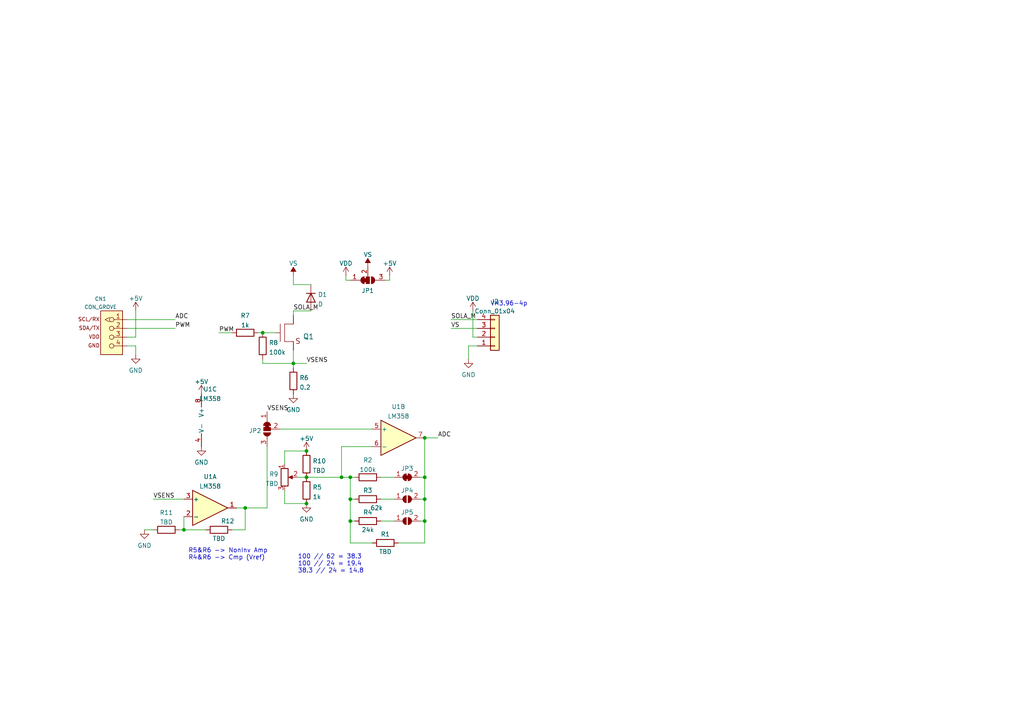
<source format=kicad_sch>
(kicad_sch (version 20211123) (generator eeschema)

  (uuid b6270a28-e0d9-4655-a18a-03dbf007b940)

  (paper "A4")

  (lib_symbols
    (symbol "Amplifier_Operational:LM358" (pin_names (offset 0.127)) (in_bom yes) (on_board yes)
      (property "Reference" "U" (id 0) (at 0 5.08 0)
        (effects (font (size 1.27 1.27)) (justify left))
      )
      (property "Value" "LM358" (id 1) (at 0 -5.08 0)
        (effects (font (size 1.27 1.27)) (justify left))
      )
      (property "Footprint" "" (id 2) (at 0 0 0)
        (effects (font (size 1.27 1.27)) hide)
      )
      (property "Datasheet" "http://www.ti.com/lit/ds/symlink/lm2904-n.pdf" (id 3) (at 0 0 0)
        (effects (font (size 1.27 1.27)) hide)
      )
      (property "ki_locked" "" (id 4) (at 0 0 0)
        (effects (font (size 1.27 1.27)))
      )
      (property "ki_keywords" "dual opamp" (id 5) (at 0 0 0)
        (effects (font (size 1.27 1.27)) hide)
      )
      (property "ki_description" "Low-Power, Dual Operational Amplifiers, DIP-8/SOIC-8/TO-99-8" (id 6) (at 0 0 0)
        (effects (font (size 1.27 1.27)) hide)
      )
      (property "ki_fp_filters" "SOIC*3.9x4.9mm*P1.27mm* DIP*W7.62mm* TO*99* OnSemi*Micro8* TSSOP*3x3mm*P0.65mm* TSSOP*4.4x3mm*P0.65mm* MSOP*3x3mm*P0.65mm* SSOP*3.9x4.9mm*P0.635mm* LFCSP*2x2mm*P0.5mm* *SIP* SOIC*5.3x6.2mm*P1.27mm*" (id 7) (at 0 0 0)
        (effects (font (size 1.27 1.27)) hide)
      )
      (symbol "LM358_1_1"
        (polyline
          (pts
            (xy -5.08 5.08)
            (xy 5.08 0)
            (xy -5.08 -5.08)
            (xy -5.08 5.08)
          )
          (stroke (width 0.254) (type default) (color 0 0 0 0))
          (fill (type background))
        )
        (pin output line (at 7.62 0 180) (length 2.54)
          (name "~" (effects (font (size 1.27 1.27))))
          (number "1" (effects (font (size 1.27 1.27))))
        )
        (pin input line (at -7.62 -2.54 0) (length 2.54)
          (name "-" (effects (font (size 1.27 1.27))))
          (number "2" (effects (font (size 1.27 1.27))))
        )
        (pin input line (at -7.62 2.54 0) (length 2.54)
          (name "+" (effects (font (size 1.27 1.27))))
          (number "3" (effects (font (size 1.27 1.27))))
        )
      )
      (symbol "LM358_2_1"
        (polyline
          (pts
            (xy -5.08 5.08)
            (xy 5.08 0)
            (xy -5.08 -5.08)
            (xy -5.08 5.08)
          )
          (stroke (width 0.254) (type default) (color 0 0 0 0))
          (fill (type background))
        )
        (pin input line (at -7.62 2.54 0) (length 2.54)
          (name "+" (effects (font (size 1.27 1.27))))
          (number "5" (effects (font (size 1.27 1.27))))
        )
        (pin input line (at -7.62 -2.54 0) (length 2.54)
          (name "-" (effects (font (size 1.27 1.27))))
          (number "6" (effects (font (size 1.27 1.27))))
        )
        (pin output line (at 7.62 0 180) (length 2.54)
          (name "~" (effects (font (size 1.27 1.27))))
          (number "7" (effects (font (size 1.27 1.27))))
        )
      )
      (symbol "LM358_3_1"
        (pin power_in line (at -2.54 -7.62 90) (length 3.81)
          (name "V-" (effects (font (size 1.27 1.27))))
          (number "4" (effects (font (size 1.27 1.27))))
        )
        (pin power_in line (at -2.54 7.62 270) (length 3.81)
          (name "V+" (effects (font (size 1.27 1.27))))
          (number "8" (effects (font (size 1.27 1.27))))
        )
      )
    )
    (symbol "Connector_Generic:Conn_01x04" (pin_names (offset 1.016) hide) (in_bom yes) (on_board yes)
      (property "Reference" "J" (id 0) (at 0 5.08 0)
        (effects (font (size 1.27 1.27)))
      )
      (property "Value" "Conn_01x04" (id 1) (at 0 -7.62 0)
        (effects (font (size 1.27 1.27)))
      )
      (property "Footprint" "" (id 2) (at 0 0 0)
        (effects (font (size 1.27 1.27)) hide)
      )
      (property "Datasheet" "~" (id 3) (at 0 0 0)
        (effects (font (size 1.27 1.27)) hide)
      )
      (property "ki_keywords" "connector" (id 4) (at 0 0 0)
        (effects (font (size 1.27 1.27)) hide)
      )
      (property "ki_description" "Generic connector, single row, 01x04, script generated (kicad-library-utils/schlib/autogen/connector/)" (id 5) (at 0 0 0)
        (effects (font (size 1.27 1.27)) hide)
      )
      (property "ki_fp_filters" "Connector*:*_1x??_*" (id 6) (at 0 0 0)
        (effects (font (size 1.27 1.27)) hide)
      )
      (symbol "Conn_01x04_1_1"
        (rectangle (start -1.27 -4.953) (end 0 -5.207)
          (stroke (width 0.1524) (type default) (color 0 0 0 0))
          (fill (type none))
        )
        (rectangle (start -1.27 -2.413) (end 0 -2.667)
          (stroke (width 0.1524) (type default) (color 0 0 0 0))
          (fill (type none))
        )
        (rectangle (start -1.27 0.127) (end 0 -0.127)
          (stroke (width 0.1524) (type default) (color 0 0 0 0))
          (fill (type none))
        )
        (rectangle (start -1.27 2.667) (end 0 2.413)
          (stroke (width 0.1524) (type default) (color 0 0 0 0))
          (fill (type none))
        )
        (rectangle (start -1.27 3.81) (end 1.27 -6.35)
          (stroke (width 0.254) (type default) (color 0 0 0 0))
          (fill (type background))
        )
        (pin passive line (at -5.08 2.54 0) (length 3.81)
          (name "Pin_1" (effects (font (size 1.27 1.27))))
          (number "1" (effects (font (size 1.27 1.27))))
        )
        (pin passive line (at -5.08 0 0) (length 3.81)
          (name "Pin_2" (effects (font (size 1.27 1.27))))
          (number "2" (effects (font (size 1.27 1.27))))
        )
        (pin passive line (at -5.08 -2.54 0) (length 3.81)
          (name "Pin_3" (effects (font (size 1.27 1.27))))
          (number "3" (effects (font (size 1.27 1.27))))
        )
        (pin passive line (at -5.08 -5.08 0) (length 3.81)
          (name "Pin_4" (effects (font (size 1.27 1.27))))
          (number "4" (effects (font (size 1.27 1.27))))
        )
      )
    )
    (symbol "Device:D" (pin_numbers hide) (pin_names (offset 1.016) hide) (in_bom yes) (on_board yes)
      (property "Reference" "D" (id 0) (at 0 2.54 0)
        (effects (font (size 1.27 1.27)))
      )
      (property "Value" "D" (id 1) (at 0 -2.54 0)
        (effects (font (size 1.27 1.27)))
      )
      (property "Footprint" "" (id 2) (at 0 0 0)
        (effects (font (size 1.27 1.27)) hide)
      )
      (property "Datasheet" "~" (id 3) (at 0 0 0)
        (effects (font (size 1.27 1.27)) hide)
      )
      (property "ki_keywords" "diode" (id 4) (at 0 0 0)
        (effects (font (size 1.27 1.27)) hide)
      )
      (property "ki_description" "Diode" (id 5) (at 0 0 0)
        (effects (font (size 1.27 1.27)) hide)
      )
      (property "ki_fp_filters" "TO-???* *_Diode_* *SingleDiode* D_*" (id 6) (at 0 0 0)
        (effects (font (size 1.27 1.27)) hide)
      )
      (symbol "D_0_1"
        (polyline
          (pts
            (xy -1.27 1.27)
            (xy -1.27 -1.27)
          )
          (stroke (width 0.254) (type default) (color 0 0 0 0))
          (fill (type none))
        )
        (polyline
          (pts
            (xy 1.27 0)
            (xy -1.27 0)
          )
          (stroke (width 0) (type default) (color 0 0 0 0))
          (fill (type none))
        )
        (polyline
          (pts
            (xy 1.27 1.27)
            (xy 1.27 -1.27)
            (xy -1.27 0)
            (xy 1.27 1.27)
          )
          (stroke (width 0.254) (type default) (color 0 0 0 0))
          (fill (type none))
        )
      )
      (symbol "D_1_1"
        (pin passive line (at -3.81 0 0) (length 2.54)
          (name "K" (effects (font (size 1.27 1.27))))
          (number "1" (effects (font (size 1.27 1.27))))
        )
        (pin passive line (at 3.81 0 180) (length 2.54)
          (name "A" (effects (font (size 1.27 1.27))))
          (number "2" (effects (font (size 1.27 1.27))))
        )
      )
    )
    (symbol "Device:R" (pin_numbers hide) (pin_names (offset 0)) (in_bom yes) (on_board yes)
      (property "Reference" "R" (id 0) (at 2.032 0 90)
        (effects (font (size 1.27 1.27)))
      )
      (property "Value" "R" (id 1) (at 0 0 90)
        (effects (font (size 1.27 1.27)))
      )
      (property "Footprint" "" (id 2) (at -1.778 0 90)
        (effects (font (size 1.27 1.27)) hide)
      )
      (property "Datasheet" "~" (id 3) (at 0 0 0)
        (effects (font (size 1.27 1.27)) hide)
      )
      (property "ki_keywords" "R res resistor" (id 4) (at 0 0 0)
        (effects (font (size 1.27 1.27)) hide)
      )
      (property "ki_description" "Resistor" (id 5) (at 0 0 0)
        (effects (font (size 1.27 1.27)) hide)
      )
      (property "ki_fp_filters" "R_*" (id 6) (at 0 0 0)
        (effects (font (size 1.27 1.27)) hide)
      )
      (symbol "R_0_1"
        (rectangle (start -1.016 -2.54) (end 1.016 2.54)
          (stroke (width 0.254) (type default) (color 0 0 0 0))
          (fill (type none))
        )
      )
      (symbol "R_1_1"
        (pin passive line (at 0 3.81 270) (length 1.27)
          (name "~" (effects (font (size 1.27 1.27))))
          (number "1" (effects (font (size 1.27 1.27))))
        )
        (pin passive line (at 0 -3.81 90) (length 1.27)
          (name "~" (effects (font (size 1.27 1.27))))
          (number "2" (effects (font (size 1.27 1.27))))
        )
      )
    )
    (symbol "Device:R_Potentiometer" (pin_names (offset 1.016) hide) (in_bom yes) (on_board yes)
      (property "Reference" "RV" (id 0) (at -4.445 0 90)
        (effects (font (size 1.27 1.27)))
      )
      (property "Value" "R_Potentiometer" (id 1) (at -2.54 0 90)
        (effects (font (size 1.27 1.27)))
      )
      (property "Footprint" "" (id 2) (at 0 0 0)
        (effects (font (size 1.27 1.27)) hide)
      )
      (property "Datasheet" "~" (id 3) (at 0 0 0)
        (effects (font (size 1.27 1.27)) hide)
      )
      (property "ki_keywords" "resistor variable" (id 4) (at 0 0 0)
        (effects (font (size 1.27 1.27)) hide)
      )
      (property "ki_description" "Potentiometer" (id 5) (at 0 0 0)
        (effects (font (size 1.27 1.27)) hide)
      )
      (property "ki_fp_filters" "Potentiometer*" (id 6) (at 0 0 0)
        (effects (font (size 1.27 1.27)) hide)
      )
      (symbol "R_Potentiometer_0_1"
        (polyline
          (pts
            (xy 2.54 0)
            (xy 1.524 0)
          )
          (stroke (width 0) (type default) (color 0 0 0 0))
          (fill (type none))
        )
        (polyline
          (pts
            (xy 1.143 0)
            (xy 2.286 0.508)
            (xy 2.286 -0.508)
            (xy 1.143 0)
          )
          (stroke (width 0) (type default) (color 0 0 0 0))
          (fill (type outline))
        )
        (rectangle (start 1.016 2.54) (end -1.016 -2.54)
          (stroke (width 0.254) (type default) (color 0 0 0 0))
          (fill (type none))
        )
      )
      (symbol "R_Potentiometer_1_1"
        (pin passive line (at 0 3.81 270) (length 1.27)
          (name "1" (effects (font (size 1.27 1.27))))
          (number "1" (effects (font (size 1.27 1.27))))
        )
        (pin passive line (at 3.81 0 180) (length 1.27)
          (name "2" (effects (font (size 1.27 1.27))))
          (number "2" (effects (font (size 1.27 1.27))))
        )
        (pin passive line (at 0 -3.81 90) (length 1.27)
          (name "3" (effects (font (size 1.27 1.27))))
          (number "3" (effects (font (size 1.27 1.27))))
        )
      )
    )
    (symbol "Jumper:SolderJumper_2_Bridged" (pin_names (offset 0) hide) (in_bom yes) (on_board yes)
      (property "Reference" "JP" (id 0) (at 0 2.032 0)
        (effects (font (size 1.27 1.27)))
      )
      (property "Value" "SolderJumper_2_Bridged" (id 1) (at 0 -2.54 0)
        (effects (font (size 1.27 1.27)))
      )
      (property "Footprint" "" (id 2) (at 0 0 0)
        (effects (font (size 1.27 1.27)) hide)
      )
      (property "Datasheet" "~" (id 3) (at 0 0 0)
        (effects (font (size 1.27 1.27)) hide)
      )
      (property "ki_keywords" "solder jumper SPST" (id 4) (at 0 0 0)
        (effects (font (size 1.27 1.27)) hide)
      )
      (property "ki_description" "Solder Jumper, 2-pole, closed/bridged" (id 5) (at 0 0 0)
        (effects (font (size 1.27 1.27)) hide)
      )
      (property "ki_fp_filters" "SolderJumper*Bridged*" (id 6) (at 0 0 0)
        (effects (font (size 1.27 1.27)) hide)
      )
      (symbol "SolderJumper_2_Bridged_0_1"
        (rectangle (start -0.508 0.508) (end 0.508 -0.508)
          (stroke (width 0) (type default) (color 0 0 0 0))
          (fill (type outline))
        )
        (arc (start -0.254 1.016) (mid -1.27 0) (end -0.254 -1.016)
          (stroke (width 0) (type default) (color 0 0 0 0))
          (fill (type none))
        )
        (arc (start -0.254 1.016) (mid -1.27 0) (end -0.254 -1.016)
          (stroke (width 0) (type default) (color 0 0 0 0))
          (fill (type outline))
        )
        (polyline
          (pts
            (xy -0.254 1.016)
            (xy -0.254 -1.016)
          )
          (stroke (width 0) (type default) (color 0 0 0 0))
          (fill (type none))
        )
        (polyline
          (pts
            (xy 0.254 1.016)
            (xy 0.254 -1.016)
          )
          (stroke (width 0) (type default) (color 0 0 0 0))
          (fill (type none))
        )
        (arc (start 0.254 -1.016) (mid 1.27 0) (end 0.254 1.016)
          (stroke (width 0) (type default) (color 0 0 0 0))
          (fill (type none))
        )
        (arc (start 0.254 -1.016) (mid 1.27 0) (end 0.254 1.016)
          (stroke (width 0) (type default) (color 0 0 0 0))
          (fill (type outline))
        )
      )
      (symbol "SolderJumper_2_Bridged_1_1"
        (pin passive line (at -3.81 0 0) (length 2.54)
          (name "A" (effects (font (size 1.27 1.27))))
          (number "1" (effects (font (size 1.27 1.27))))
        )
        (pin passive line (at 3.81 0 180) (length 2.54)
          (name "B" (effects (font (size 1.27 1.27))))
          (number "2" (effects (font (size 1.27 1.27))))
        )
      )
    )
    (symbol "Jumper:SolderJumper_2_Open" (pin_names (offset 0) hide) (in_bom yes) (on_board yes)
      (property "Reference" "JP" (id 0) (at 0 2.032 0)
        (effects (font (size 1.27 1.27)))
      )
      (property "Value" "SolderJumper_2_Open" (id 1) (at 0 -2.54 0)
        (effects (font (size 1.27 1.27)))
      )
      (property "Footprint" "" (id 2) (at 0 0 0)
        (effects (font (size 1.27 1.27)) hide)
      )
      (property "Datasheet" "~" (id 3) (at 0 0 0)
        (effects (font (size 1.27 1.27)) hide)
      )
      (property "ki_keywords" "solder jumper SPST" (id 4) (at 0 0 0)
        (effects (font (size 1.27 1.27)) hide)
      )
      (property "ki_description" "Solder Jumper, 2-pole, open" (id 5) (at 0 0 0)
        (effects (font (size 1.27 1.27)) hide)
      )
      (property "ki_fp_filters" "SolderJumper*Open*" (id 6) (at 0 0 0)
        (effects (font (size 1.27 1.27)) hide)
      )
      (symbol "SolderJumper_2_Open_0_1"
        (arc (start -0.254 1.016) (mid -1.27 0) (end -0.254 -1.016)
          (stroke (width 0) (type default) (color 0 0 0 0))
          (fill (type none))
        )
        (arc (start -0.254 1.016) (mid -1.27 0) (end -0.254 -1.016)
          (stroke (width 0) (type default) (color 0 0 0 0))
          (fill (type outline))
        )
        (polyline
          (pts
            (xy -0.254 1.016)
            (xy -0.254 -1.016)
          )
          (stroke (width 0) (type default) (color 0 0 0 0))
          (fill (type none))
        )
        (polyline
          (pts
            (xy 0.254 1.016)
            (xy 0.254 -1.016)
          )
          (stroke (width 0) (type default) (color 0 0 0 0))
          (fill (type none))
        )
        (arc (start 0.254 -1.016) (mid 1.27 0) (end 0.254 1.016)
          (stroke (width 0) (type default) (color 0 0 0 0))
          (fill (type none))
        )
        (arc (start 0.254 -1.016) (mid 1.27 0) (end 0.254 1.016)
          (stroke (width 0) (type default) (color 0 0 0 0))
          (fill (type outline))
        )
      )
      (symbol "SolderJumper_2_Open_1_1"
        (pin passive line (at -3.81 0 0) (length 2.54)
          (name "A" (effects (font (size 1.27 1.27))))
          (number "1" (effects (font (size 1.27 1.27))))
        )
        (pin passive line (at 3.81 0 180) (length 2.54)
          (name "B" (effects (font (size 1.27 1.27))))
          (number "2" (effects (font (size 1.27 1.27))))
        )
      )
    )
    (symbol "Jumper:SolderJumper_3_Bridged12" (pin_names (offset 0) hide) (in_bom yes) (on_board yes)
      (property "Reference" "JP" (id 0) (at -2.54 -2.54 0)
        (effects (font (size 1.27 1.27)))
      )
      (property "Value" "SolderJumper_3_Bridged12" (id 1) (at 0 2.794 0)
        (effects (font (size 1.27 1.27)))
      )
      (property "Footprint" "" (id 2) (at 0 0 0)
        (effects (font (size 1.27 1.27)) hide)
      )
      (property "Datasheet" "~" (id 3) (at 0 0 0)
        (effects (font (size 1.27 1.27)) hide)
      )
      (property "ki_keywords" "Solder Jumper SPDT" (id 4) (at 0 0 0)
        (effects (font (size 1.27 1.27)) hide)
      )
      (property "ki_description" "3-pole Solder Jumper, pins 1+2 closed/bridged" (id 5) (at 0 0 0)
        (effects (font (size 1.27 1.27)) hide)
      )
      (property "ki_fp_filters" "SolderJumper*Bridged12*" (id 6) (at 0 0 0)
        (effects (font (size 1.27 1.27)) hide)
      )
      (symbol "SolderJumper_3_Bridged12_0_1"
        (rectangle (start -1.016 0.508) (end -0.508 -0.508)
          (stroke (width 0) (type default) (color 0 0 0 0))
          (fill (type outline))
        )
        (arc (start -1.016 1.016) (mid -2.032 0) (end -1.016 -1.016)
          (stroke (width 0) (type default) (color 0 0 0 0))
          (fill (type none))
        )
        (arc (start -1.016 1.016) (mid -2.032 0) (end -1.016 -1.016)
          (stroke (width 0) (type default) (color 0 0 0 0))
          (fill (type outline))
        )
        (rectangle (start -0.508 1.016) (end 0.508 -1.016)
          (stroke (width 0) (type default) (color 0 0 0 0))
          (fill (type outline))
        )
        (polyline
          (pts
            (xy -2.54 0)
            (xy -2.032 0)
          )
          (stroke (width 0) (type default) (color 0 0 0 0))
          (fill (type none))
        )
        (polyline
          (pts
            (xy -1.016 1.016)
            (xy -1.016 -1.016)
          )
          (stroke (width 0) (type default) (color 0 0 0 0))
          (fill (type none))
        )
        (polyline
          (pts
            (xy 0 -1.27)
            (xy 0 -1.016)
          )
          (stroke (width 0) (type default) (color 0 0 0 0))
          (fill (type none))
        )
        (polyline
          (pts
            (xy 1.016 1.016)
            (xy 1.016 -1.016)
          )
          (stroke (width 0) (type default) (color 0 0 0 0))
          (fill (type none))
        )
        (polyline
          (pts
            (xy 2.54 0)
            (xy 2.032 0)
          )
          (stroke (width 0) (type default) (color 0 0 0 0))
          (fill (type none))
        )
        (arc (start 1.016 -1.016) (mid 2.032 0) (end 1.016 1.016)
          (stroke (width 0) (type default) (color 0 0 0 0))
          (fill (type none))
        )
        (arc (start 1.016 -1.016) (mid 2.032 0) (end 1.016 1.016)
          (stroke (width 0) (type default) (color 0 0 0 0))
          (fill (type outline))
        )
      )
      (symbol "SolderJumper_3_Bridged12_1_1"
        (pin passive line (at -5.08 0 0) (length 2.54)
          (name "A" (effects (font (size 1.27 1.27))))
          (number "1" (effects (font (size 1.27 1.27))))
        )
        (pin input line (at 0 -3.81 90) (length 2.54)
          (name "C" (effects (font (size 1.27 1.27))))
          (number "2" (effects (font (size 1.27 1.27))))
        )
        (pin passive line (at 5.08 0 180) (length 2.54)
          (name "B" (effects (font (size 1.27 1.27))))
          (number "3" (effects (font (size 1.27 1.27))))
        )
      )
    )
    (symbol "akita:CON_GROVE" (pin_names (offset 1.016)) (in_bom yes) (on_board yes)
      (property "Reference" "CN" (id 0) (at 0 3.81 0)
        (effects (font (size 1.0668 1.0668)) (justify left bottom))
      )
      (property "Value" "CON_GROVE" (id 1) (at 3.81 -5.08 90)
        (effects (font (size 1.0668 1.0668)) (justify left bottom))
      )
      (property "Footprint" "" (id 2) (at 0 0 0)
        (effects (font (size 1.27 1.27)) hide)
      )
      (property "Datasheet" "" (id 3) (at 0 0 0)
        (effects (font (size 1.27 1.27)) hide)
      )
      (property "ki_locked" "" (id 4) (at 0 0 0)
        (effects (font (size 1.27 1.27)))
      )
      (symbol "CON_GROVE_1_0"
        (text "GND" (at 5.334 -5.588 0)
          (effects (font (size 1.0668 1.0668)) (justify left bottom))
        )
        (text "SCL/RX" (at 5.334 2.032 0)
          (effects (font (size 1.0668 1.0668)) (justify left bottom))
        )
        (text "SDA/TX" (at 5.334 -0.508 0)
          (effects (font (size 1.0668 1.0668)) (justify left bottom))
        )
        (text "VDD" (at 5.334 -3.048 0)
          (effects (font (size 1.0668 1.0668)) (justify left bottom))
        )
        (pin bidirectional inverted_clock (at -2.54 2.54 0) (length 5.08)
          (name "1" (effects (font (size 0 0))))
          (number "1" (effects (font (size 1.27 1.27))))
        )
        (pin bidirectional inverted (at -2.54 0 0) (length 5.08)
          (name "2" (effects (font (size 0 0))))
          (number "2" (effects (font (size 1.27 1.27))))
        )
        (pin bidirectional inverted (at -2.54 -2.54 0) (length 5.08)
          (name "3" (effects (font (size 0 0))))
          (number "3" (effects (font (size 1.27 1.27))))
        )
        (pin bidirectional inverted (at -2.54 -5.08 0) (length 5.08)
          (name "4" (effects (font (size 0 0))))
          (number "4" (effects (font (size 1.27 1.27))))
        )
      )
      (symbol "CON_GROVE_1_1"
        (rectangle (start -1.27 5.08) (end 5.08 -7.62)
          (stroke (width 0.2032) (type default) (color 0 0 0 0))
          (fill (type background))
        )
      )
    )
    (symbol "akita:TR_NMOS_IRLML6344" (pin_names (offset 1.016)) (in_bom yes) (on_board yes)
      (property "Reference" "Q" (id 0) (at 3.048 0.508 0)
        (effects (font (size 1.4986 1.4986)) (justify left bottom))
      )
      (property "Value" "TR_NMOS_IRLML6344" (id 1) (at 0 0 0)
        (effects (font (size 1.27 1.27)) hide)
      )
      (property "Footprint" "Package_TO_SOT_SMD:SOT-23" (id 2) (at 0 0 0)
        (effects (font (size 1.27 1.27)) hide)
      )
      (property "Datasheet" "" (id 3) (at 0 0 0)
        (effects (font (size 1.27 1.27)) hide)
      )
      (symbol "TR_NMOS_IRLML6344_1_0"
        (polyline
          (pts
            (xy -2.54 0)
            (xy -1.27 0)
          )
          (stroke (width 0) (type default) (color 0 0 0 0))
          (fill (type none))
        )
        (polyline
          (pts
            (xy -1.27 2.54)
            (xy -1.27 -2.54)
          )
          (stroke (width 0) (type default) (color 0 0 0 0))
          (fill (type none))
        )
        (polyline
          (pts
            (xy 0 -2.54)
            (xy 2.54 -2.54)
          )
          (stroke (width 0) (type default) (color 0 0 0 0))
          (fill (type none))
        )
        (polyline
          (pts
            (xy 0 2.54)
            (xy 0 -2.54)
          )
          (stroke (width 0) (type default) (color 0 0 0 0))
          (fill (type none))
        )
        (polyline
          (pts
            (xy 2.54 2.54)
            (xy 0 2.54)
          )
          (stroke (width 0) (type default) (color 0 0 0 0))
          (fill (type none))
        )
        (text "S" (at 3.048 -3.302 0)
          (effects (font (size 1.4986 1.4986)) (justify left bottom))
        )
        (pin bidirectional line (at -2.54 0 0) (length 0)
          (name "G" (effects (font (size 0 0))))
          (number "1" (effects (font (size 0 0))))
        )
        (pin bidirectional line (at 2.54 -5.08 90) (length 2.54)
          (name "S" (effects (font (size 0 0))))
          (number "2" (effects (font (size 0 0))))
        )
        (pin bidirectional line (at 2.54 5.08 270) (length 2.54)
          (name "D" (effects (font (size 0 0))))
          (number "3" (effects (font (size 0 0))))
        )
      )
    )
    (symbol "power:+5V" (power) (pin_names (offset 0)) (in_bom yes) (on_board yes)
      (property "Reference" "#PWR" (id 0) (at 0 -3.81 0)
        (effects (font (size 1.27 1.27)) hide)
      )
      (property "Value" "+5V" (id 1) (at 0 3.556 0)
        (effects (font (size 1.27 1.27)))
      )
      (property "Footprint" "" (id 2) (at 0 0 0)
        (effects (font (size 1.27 1.27)) hide)
      )
      (property "Datasheet" "" (id 3) (at 0 0 0)
        (effects (font (size 1.27 1.27)) hide)
      )
      (property "ki_keywords" "power-flag" (id 4) (at 0 0 0)
        (effects (font (size 1.27 1.27)) hide)
      )
      (property "ki_description" "Power symbol creates a global label with name \"+5V\"" (id 5) (at 0 0 0)
        (effects (font (size 1.27 1.27)) hide)
      )
      (symbol "+5V_0_1"
        (polyline
          (pts
            (xy -0.762 1.27)
            (xy 0 2.54)
          )
          (stroke (width 0) (type default) (color 0 0 0 0))
          (fill (type none))
        )
        (polyline
          (pts
            (xy 0 0)
            (xy 0 2.54)
          )
          (stroke (width 0) (type default) (color 0 0 0 0))
          (fill (type none))
        )
        (polyline
          (pts
            (xy 0 2.54)
            (xy 0.762 1.27)
          )
          (stroke (width 0) (type default) (color 0 0 0 0))
          (fill (type none))
        )
      )
      (symbol "+5V_1_1"
        (pin power_in line (at 0 0 90) (length 0) hide
          (name "+5V" (effects (font (size 1.27 1.27))))
          (number "1" (effects (font (size 1.27 1.27))))
        )
      )
    )
    (symbol "power:GND" (power) (pin_names (offset 0)) (in_bom yes) (on_board yes)
      (property "Reference" "#PWR" (id 0) (at 0 -6.35 0)
        (effects (font (size 1.27 1.27)) hide)
      )
      (property "Value" "GND" (id 1) (at 0 -3.81 0)
        (effects (font (size 1.27 1.27)))
      )
      (property "Footprint" "" (id 2) (at 0 0 0)
        (effects (font (size 1.27 1.27)) hide)
      )
      (property "Datasheet" "" (id 3) (at 0 0 0)
        (effects (font (size 1.27 1.27)) hide)
      )
      (property "ki_keywords" "power-flag" (id 4) (at 0 0 0)
        (effects (font (size 1.27 1.27)) hide)
      )
      (property "ki_description" "Power symbol creates a global label with name \"GND\" , ground" (id 5) (at 0 0 0)
        (effects (font (size 1.27 1.27)) hide)
      )
      (symbol "GND_0_1"
        (polyline
          (pts
            (xy 0 0)
            (xy 0 -1.27)
            (xy 1.27 -1.27)
            (xy 0 -2.54)
            (xy -1.27 -1.27)
            (xy 0 -1.27)
          )
          (stroke (width 0) (type default) (color 0 0 0 0))
          (fill (type none))
        )
      )
      (symbol "GND_1_1"
        (pin power_in line (at 0 0 270) (length 0) hide
          (name "GND" (effects (font (size 1.27 1.27))))
          (number "1" (effects (font (size 1.27 1.27))))
        )
      )
    )
    (symbol "power:VDD" (power) (pin_names (offset 0)) (in_bom yes) (on_board yes)
      (property "Reference" "#PWR" (id 0) (at 0 -3.81 0)
        (effects (font (size 1.27 1.27)) hide)
      )
      (property "Value" "VDD" (id 1) (at 0 3.81 0)
        (effects (font (size 1.27 1.27)))
      )
      (property "Footprint" "" (id 2) (at 0 0 0)
        (effects (font (size 1.27 1.27)) hide)
      )
      (property "Datasheet" "" (id 3) (at 0 0 0)
        (effects (font (size 1.27 1.27)) hide)
      )
      (property "ki_keywords" "power-flag" (id 4) (at 0 0 0)
        (effects (font (size 1.27 1.27)) hide)
      )
      (property "ki_description" "Power symbol creates a global label with name \"VDD\"" (id 5) (at 0 0 0)
        (effects (font (size 1.27 1.27)) hide)
      )
      (symbol "VDD_0_1"
        (polyline
          (pts
            (xy -0.762 1.27)
            (xy 0 2.54)
          )
          (stroke (width 0) (type default) (color 0 0 0 0))
          (fill (type none))
        )
        (polyline
          (pts
            (xy 0 0)
            (xy 0 2.54)
          )
          (stroke (width 0) (type default) (color 0 0 0 0))
          (fill (type none))
        )
        (polyline
          (pts
            (xy 0 2.54)
            (xy 0.762 1.27)
          )
          (stroke (width 0) (type default) (color 0 0 0 0))
          (fill (type none))
        )
      )
      (symbol "VDD_1_1"
        (pin power_in line (at 0 0 90) (length 0) hide
          (name "VDD" (effects (font (size 1.27 1.27))))
          (number "1" (effects (font (size 1.27 1.27))))
        )
      )
    )
    (symbol "power:VS" (power) (pin_names (offset 0)) (in_bom yes) (on_board yes)
      (property "Reference" "#PWR" (id 0) (at -5.08 -3.81 0)
        (effects (font (size 1.27 1.27)) hide)
      )
      (property "Value" "VS" (id 1) (at 0 3.81 0)
        (effects (font (size 1.27 1.27)))
      )
      (property "Footprint" "" (id 2) (at 0 0 0)
        (effects (font (size 1.27 1.27)) hide)
      )
      (property "Datasheet" "" (id 3) (at 0 0 0)
        (effects (font (size 1.27 1.27)) hide)
      )
      (property "ki_keywords" "power-flag" (id 4) (at 0 0 0)
        (effects (font (size 1.27 1.27)) hide)
      )
      (property "ki_description" "Power symbol creates a global label with name \"VS\"" (id 5) (at 0 0 0)
        (effects (font (size 1.27 1.27)) hide)
      )
      (symbol "VS_0_1"
        (polyline
          (pts
            (xy 0 0)
            (xy 0 2.54)
          )
          (stroke (width 0) (type default) (color 0 0 0 0))
          (fill (type none))
        )
        (polyline
          (pts
            (xy 0.762 1.27)
            (xy -0.762 1.27)
            (xy 0 2.54)
            (xy 0.762 1.27)
          )
          (stroke (width 0) (type default) (color 0 0 0 0))
          (fill (type outline))
        )
      )
      (symbol "VS_1_1"
        (pin power_in line (at 0 0 90) (length 0) hide
          (name "VS" (effects (font (size 1.27 1.27))))
          (number "1" (effects (font (size 1.27 1.27))))
        )
      )
    )
  )

  (junction (at 123.19 127) (diameter 0) (color 0 0 0 0)
    (uuid 13e7adba-d74a-4f6e-9b14-a34cfcbb0c04)
  )
  (junction (at 123.19 138.43) (diameter 0) (color 0 0 0 0)
    (uuid 2a5167dd-b099-47f4-a80e-65ed416f30a6)
  )
  (junction (at 53.34 153.67) (diameter 0) (color 0 0 0 0)
    (uuid 32ec1b01-bf11-4db3-bac0-261151deccc7)
  )
  (junction (at 76.2 96.52) (diameter 0) (color 0 0 0 0)
    (uuid 34db8a2d-6f91-4516-af64-35725c9fe546)
  )
  (junction (at 101.6 144.78) (diameter 0) (color 0 0 0 0)
    (uuid 423bdb96-090c-4e37-9fa5-c34ce692b088)
  )
  (junction (at 88.9 138.43) (diameter 0) (color 0 0 0 0)
    (uuid 4ae9288b-e9ac-4e8f-b994-4c9ea2ae82be)
  )
  (junction (at 123.19 144.78) (diameter 0) (color 0 0 0 0)
    (uuid 4ea9523c-c4b5-447a-b3fb-350768981004)
  )
  (junction (at 88.9 130.81) (diameter 0) (color 0 0 0 0)
    (uuid 80be4e62-94a9-49b2-a264-52d7a85f37d3)
  )
  (junction (at 101.6 138.43) (diameter 0) (color 0 0 0 0)
    (uuid 9a135457-e2bf-4c4a-991e-a26c7000281a)
  )
  (junction (at 123.19 151.13) (diameter 0) (color 0 0 0 0)
    (uuid 9b67ab7f-7f4d-4aff-98f7-2f616926b8e6)
  )
  (junction (at 85.09 105.41) (diameter 0) (color 0 0 0 0)
    (uuid b3ed1808-38b3-403b-99a9-68a2b023b131)
  )
  (junction (at 88.9 146.05) (diameter 0) (color 0 0 0 0)
    (uuid c28bfce9-0f49-444b-ae8f-e5712406048a)
  )
  (junction (at 71.12 147.32) (diameter 0) (color 0 0 0 0)
    (uuid c3275f67-ba4c-48e9-b30c-a91547d0a6ad)
  )
  (junction (at 99.06 138.43) (diameter 0) (color 0 0 0 0)
    (uuid def58f65-ecd5-4c1b-a14a-bfc675ee2ea6)
  )
  (junction (at 101.6 151.13) (diameter 0) (color 0 0 0 0)
    (uuid e08f6aa1-7299-40db-9e4c-72dd0c36f21f)
  )

  (wire (pts (xy 71.12 153.67) (xy 71.12 147.32))
    (stroke (width 0) (type default) (color 0 0 0 0))
    (uuid 00bb4031-1df7-4bc3-85bb-bafbd8043c6b)
  )
  (wire (pts (xy 39.37 90.17) (xy 39.37 97.79))
    (stroke (width 0) (type default) (color 0 0 0 0))
    (uuid 05d047f9-cc6e-476f-862f-e5bd7377e936)
  )
  (wire (pts (xy 110.49 151.13) (xy 114.3 151.13))
    (stroke (width 0) (type default) (color 0 0 0 0))
    (uuid 07e4677a-e3dd-454d-96d6-fb3effce7aea)
  )
  (wire (pts (xy 113.03 81.28) (xy 113.03 80.01))
    (stroke (width 0) (type default) (color 0 0 0 0))
    (uuid 0addd06e-c691-4579-86a0-eb30191c22fb)
  )
  (wire (pts (xy 71.12 147.32) (xy 68.58 147.32))
    (stroke (width 0) (type default) (color 0 0 0 0))
    (uuid 0cd2a62e-05fc-41f2-bd70-f17b2436b967)
  )
  (wire (pts (xy 74.93 96.52) (xy 76.2 96.52))
    (stroke (width 0) (type default) (color 0 0 0 0))
    (uuid 0cfc3231-4efa-466e-a4a7-253767765343)
  )
  (wire (pts (xy 36.83 97.79) (xy 39.37 97.79))
    (stroke (width 0) (type default) (color 0 0 0 0))
    (uuid 0d16eca7-c827-4c79-a54d-e56e60554300)
  )
  (wire (pts (xy 99.06 138.43) (xy 101.6 138.43))
    (stroke (width 0) (type default) (color 0 0 0 0))
    (uuid 0de398b7-3f9b-49be-a9e6-144692652e73)
  )
  (wire (pts (xy 86.36 138.43) (xy 88.9 138.43))
    (stroke (width 0) (type default) (color 0 0 0 0))
    (uuid 0f1b0436-fb94-4276-89f8-638edce24c67)
  )
  (wire (pts (xy 99.06 138.43) (xy 88.9 138.43))
    (stroke (width 0) (type default) (color 0 0 0 0))
    (uuid 1347493e-2744-44d7-8cce-04e92a4860ba)
  )
  (wire (pts (xy 101.6 144.78) (xy 101.6 151.13))
    (stroke (width 0) (type default) (color 0 0 0 0))
    (uuid 1c1a95f1-2fe7-4fb8-8440-6767571a0eb9)
  )
  (wire (pts (xy 85.09 90.17) (xy 85.09 91.44))
    (stroke (width 0) (type default) (color 0 0 0 0))
    (uuid 1c59b3c6-63f3-48bf-9369-9a68afe02b1a)
  )
  (wire (pts (xy 53.34 149.86) (xy 53.34 153.67))
    (stroke (width 0) (type default) (color 0 0 0 0))
    (uuid 1da27dd4-b124-4e57-958d-0d79668c57d3)
  )
  (wire (pts (xy 110.49 144.78) (xy 114.3 144.78))
    (stroke (width 0) (type default) (color 0 0 0 0))
    (uuid 24b254a6-3bd8-41e3-9754-ff9f849aafa0)
  )
  (wire (pts (xy 123.19 127) (xy 127 127))
    (stroke (width 0) (type default) (color 0 0 0 0))
    (uuid 27dd3359-2504-40d8-b367-e26525d87ef7)
  )
  (wire (pts (xy 121.92 151.13) (xy 123.19 151.13))
    (stroke (width 0) (type default) (color 0 0 0 0))
    (uuid 2e4c93c3-ccbd-4aa6-890e-edeec472811e)
  )
  (wire (pts (xy 130.81 95.25) (xy 138.43 95.25))
    (stroke (width 0) (type default) (color 0 0 0 0))
    (uuid 35b6aec6-7062-4e85-b29b-74e1ddd6f80e)
  )
  (wire (pts (xy 77.47 147.32) (xy 71.12 147.32))
    (stroke (width 0) (type default) (color 0 0 0 0))
    (uuid 37045257-fb73-4501-bc79-a590b216da1e)
  )
  (wire (pts (xy 67.31 153.67) (xy 71.12 153.67))
    (stroke (width 0) (type default) (color 0 0 0 0))
    (uuid 3fff7017-8d19-463c-88cb-bb4b45109b93)
  )
  (wire (pts (xy 135.89 100.33) (xy 135.89 104.14))
    (stroke (width 0) (type default) (color 0 0 0 0))
    (uuid 482a3072-c406-4d6e-98eb-4f243fe895ec)
  )
  (wire (pts (xy 101.6 81.28) (xy 100.33 81.28))
    (stroke (width 0) (type default) (color 0 0 0 0))
    (uuid 4e394768-409e-4152-bd60-8df2e5ccb604)
  )
  (wire (pts (xy 76.2 96.52) (xy 80.01 96.52))
    (stroke (width 0) (type default) (color 0 0 0 0))
    (uuid 4ef92708-c2d9-4531-af23-a1f9f476bf8c)
  )
  (wire (pts (xy 53.34 144.78) (xy 44.45 144.78))
    (stroke (width 0) (type default) (color 0 0 0 0))
    (uuid 5000f751-91d9-48da-89ab-c7b598e18f8e)
  )
  (wire (pts (xy 85.09 105.41) (xy 76.2 105.41))
    (stroke (width 0) (type default) (color 0 0 0 0))
    (uuid 51c92454-979f-42e5-84ef-3f1bccc902de)
  )
  (wire (pts (xy 130.81 92.71) (xy 138.43 92.71))
    (stroke (width 0) (type default) (color 0 0 0 0))
    (uuid 52c63f33-b43c-4e82-8869-cf14806b2c81)
  )
  (wire (pts (xy 123.19 138.43) (xy 123.19 144.78))
    (stroke (width 0) (type default) (color 0 0 0 0))
    (uuid 53eb5fc0-41cc-43ad-8003-3a7163adca82)
  )
  (wire (pts (xy 115.57 157.48) (xy 123.19 157.48))
    (stroke (width 0) (type default) (color 0 0 0 0))
    (uuid 55afbacd-7f25-4459-a8c8-e7cd74c41cfb)
  )
  (wire (pts (xy 36.83 100.33) (xy 39.37 100.33))
    (stroke (width 0) (type default) (color 0 0 0 0))
    (uuid 5f35f125-ed30-4ae9-98eb-66830252e6d4)
  )
  (wire (pts (xy 85.09 82.55) (xy 85.09 80.01))
    (stroke (width 0) (type default) (color 0 0 0 0))
    (uuid 601346dd-773e-4783-b4fa-51ba92db080f)
  )
  (wire (pts (xy 123.19 151.13) (xy 123.19 144.78))
    (stroke (width 0) (type default) (color 0 0 0 0))
    (uuid 604b004a-8c68-43c6-b47f-3ab31e54b98a)
  )
  (wire (pts (xy 101.6 144.78) (xy 102.87 144.78))
    (stroke (width 0) (type default) (color 0 0 0 0))
    (uuid 606111c7-7e2d-4cf1-b74a-0edb41c5417f)
  )
  (wire (pts (xy 110.49 138.43) (xy 114.3 138.43))
    (stroke (width 0) (type default) (color 0 0 0 0))
    (uuid 60e57f7a-b7c2-462d-8ea4-3cfe65fa213f)
  )
  (wire (pts (xy 85.09 105.41) (xy 88.9 105.41))
    (stroke (width 0) (type default) (color 0 0 0 0))
    (uuid 671fc594-ee9c-4d67-aec7-7509ac2be27c)
  )
  (wire (pts (xy 107.95 157.48) (xy 101.6 157.48))
    (stroke (width 0) (type default) (color 0 0 0 0))
    (uuid 6882b072-f63f-45f5-87f6-0d11aacfe7f6)
  )
  (wire (pts (xy 101.6 157.48) (xy 101.6 151.13))
    (stroke (width 0) (type default) (color 0 0 0 0))
    (uuid 6f61acf9-283e-43c1-b11a-174e497e5b25)
  )
  (wire (pts (xy 137.16 97.79) (xy 137.16 90.17))
    (stroke (width 0) (type default) (color 0 0 0 0))
    (uuid 702fdb0c-a8a4-413d-9e3e-882a2050d7d4)
  )
  (wire (pts (xy 63.5 96.52) (xy 67.31 96.52))
    (stroke (width 0) (type default) (color 0 0 0 0))
    (uuid 74047e10-99c9-4e8a-9d5a-905e76756d88)
  )
  (wire (pts (xy 123.19 127) (xy 123.19 138.43))
    (stroke (width 0) (type default) (color 0 0 0 0))
    (uuid 74a78955-8012-4ddb-ae43-91295fcfde9e)
  )
  (wire (pts (xy 88.9 146.05) (xy 82.55 146.05))
    (stroke (width 0) (type default) (color 0 0 0 0))
    (uuid 76bce065-c26c-4d57-844f-a95d2407cec1)
  )
  (wire (pts (xy 82.55 146.05) (xy 82.55 142.24))
    (stroke (width 0) (type default) (color 0 0 0 0))
    (uuid 7fea13ec-875f-41ed-af1d-d3556374c312)
  )
  (wire (pts (xy 85.09 90.17) (xy 90.17 90.17))
    (stroke (width 0) (type default) (color 0 0 0 0))
    (uuid 907f66cc-2db5-44b9-9ea2-e0d5a36286d4)
  )
  (wire (pts (xy 111.76 81.28) (xy 113.03 81.28))
    (stroke (width 0) (type default) (color 0 0 0 0))
    (uuid 91646657-7013-4a0b-a792-e906e8cac255)
  )
  (wire (pts (xy 123.19 157.48) (xy 123.19 151.13))
    (stroke (width 0) (type default) (color 0 0 0 0))
    (uuid 92addfab-dbbe-43ac-af64-0d6b00294a7e)
  )
  (wire (pts (xy 100.33 81.28) (xy 100.33 80.01))
    (stroke (width 0) (type default) (color 0 0 0 0))
    (uuid 95f6c4f0-2131-4a77-85b2-ee8cc48ef165)
  )
  (wire (pts (xy 90.17 82.55) (xy 85.09 82.55))
    (stroke (width 0) (type default) (color 0 0 0 0))
    (uuid 97d5ac73-2575-4b70-9c0f-bec49c72fefd)
  )
  (wire (pts (xy 101.6 138.43) (xy 102.87 138.43))
    (stroke (width 0) (type default) (color 0 0 0 0))
    (uuid 98a42338-9f3a-4048-979f-82928b1be6b3)
  )
  (wire (pts (xy 36.83 95.25) (xy 50.8 95.25))
    (stroke (width 0) (type default) (color 0 0 0 0))
    (uuid ae0c2a38-9bec-48bb-a045-03d086c9559a)
  )
  (wire (pts (xy 81.28 124.46) (xy 107.95 124.46))
    (stroke (width 0) (type default) (color 0 0 0 0))
    (uuid b2454fb0-fe0c-48a2-8ff8-d3a5f01cbc70)
  )
  (wire (pts (xy 82.55 130.81) (xy 82.55 134.62))
    (stroke (width 0) (type default) (color 0 0 0 0))
    (uuid b6176777-5aaf-40f6-ad42-6f2db196be31)
  )
  (wire (pts (xy 85.09 106.68) (xy 85.09 105.41))
    (stroke (width 0) (type default) (color 0 0 0 0))
    (uuid b80e58a7-3307-4f4e-861e-ac752feb9054)
  )
  (wire (pts (xy 52.07 153.67) (xy 53.34 153.67))
    (stroke (width 0) (type default) (color 0 0 0 0))
    (uuid bdf140e8-4f4f-492e-a6a7-a1821974d362)
  )
  (wire (pts (xy 85.09 105.41) (xy 85.09 101.6))
    (stroke (width 0) (type default) (color 0 0 0 0))
    (uuid c4250544-ed08-4d00-88c8-f270ebd674a3)
  )
  (wire (pts (xy 88.9 130.81) (xy 82.55 130.81))
    (stroke (width 0) (type default) (color 0 0 0 0))
    (uuid c46c69ec-2f75-452f-ab7b-443a75c74548)
  )
  (wire (pts (xy 121.92 144.78) (xy 123.19 144.78))
    (stroke (width 0) (type default) (color 0 0 0 0))
    (uuid c7c46d74-5b10-454f-b886-68aa9b9d8635)
  )
  (wire (pts (xy 99.06 129.54) (xy 99.06 138.43))
    (stroke (width 0) (type default) (color 0 0 0 0))
    (uuid cdd7b559-b19d-4818-bfb3-406681a3b3fe)
  )
  (wire (pts (xy 76.2 105.41) (xy 76.2 104.14))
    (stroke (width 0) (type default) (color 0 0 0 0))
    (uuid cf9ede1a-d241-4681-832b-748b9dcea447)
  )
  (wire (pts (xy 138.43 97.79) (xy 137.16 97.79))
    (stroke (width 0) (type default) (color 0 0 0 0))
    (uuid d0754a39-0cf1-4bbe-83a4-6155f2cbc878)
  )
  (wire (pts (xy 53.34 153.67) (xy 59.69 153.67))
    (stroke (width 0) (type default) (color 0 0 0 0))
    (uuid d6415e27-ba31-4650-a674-a8c5d72bfc58)
  )
  (wire (pts (xy 77.47 129.54) (xy 77.47 147.32))
    (stroke (width 0) (type default) (color 0 0 0 0))
    (uuid dc49f53b-73fb-43c3-8fe2-aa40342bb246)
  )
  (wire (pts (xy 101.6 151.13) (xy 102.87 151.13))
    (stroke (width 0) (type default) (color 0 0 0 0))
    (uuid dd39d946-f9d2-413e-ba7a-925867401dbb)
  )
  (wire (pts (xy 36.83 92.71) (xy 50.8 92.71))
    (stroke (width 0) (type default) (color 0 0 0 0))
    (uuid e2139020-91c0-41fa-8e6c-c17258714b70)
  )
  (wire (pts (xy 138.43 100.33) (xy 135.89 100.33))
    (stroke (width 0) (type default) (color 0 0 0 0))
    (uuid e344d08c-9791-4702-9b1d-772328e3e2eb)
  )
  (wire (pts (xy 41.91 153.67) (xy 44.45 153.67))
    (stroke (width 0) (type default) (color 0 0 0 0))
    (uuid eda95f08-42e4-4028-9c64-ea567e4f09b0)
  )
  (wire (pts (xy 121.92 138.43) (xy 123.19 138.43))
    (stroke (width 0) (type default) (color 0 0 0 0))
    (uuid f3ba663e-8563-4c48-a8cc-72c18d8d96e8)
  )
  (wire (pts (xy 39.37 100.33) (xy 39.37 102.87))
    (stroke (width 0) (type default) (color 0 0 0 0))
    (uuid f5d1dcf9-f283-40e7-9bb0-08d2cabfe4ec)
  )
  (wire (pts (xy 101.6 138.43) (xy 101.6 144.78))
    (stroke (width 0) (type default) (color 0 0 0 0))
    (uuid f7895ea4-08ad-4223-b89d-a70771ab4c33)
  )
  (wire (pts (xy 107.95 129.54) (xy 99.06 129.54))
    (stroke (width 0) (type default) (color 0 0 0 0))
    (uuid faf51a1f-284c-4708-9ad0-13b14cc1b1e5)
  )

  (text "100 // 62 = 38.3\n100 // 24 = 19.4\n38.3 // 24 = 14.8\n"
    (at 86.36 166.37 0)
    (effects (font (size 1.27 1.27)) (justify left bottom))
    (uuid 09684b6c-5d15-4020-b96b-0b388e8ee3ea)
  )
  (text "R5&R6 -> NonInv Amp\nR4&R6 -> Cmp (Vref)" (at 54.61 162.56 0)
    (effects (font (size 1.27 1.27)) (justify left bottom))
    (uuid 56109039-fe72-4e09-a08e-9bfedddf11f0)
  )
  (text "VH3.96-4p" (at 142.24 88.9 0)
    (effects (font (size 1.27 1.27)) (justify left bottom))
    (uuid 5b634af3-d2e4-4dbe-b361-bc9a15cad8af)
  )

  (label "SOLA_M" (at 85.09 90.17 0)
    (effects (font (size 1.27 1.27)) (justify left bottom))
    (uuid 0955f3b4-e011-4448-a9d1-5ce23dba85b9)
  )
  (label "ADC" (at 127 127 0)
    (effects (font (size 1.27 1.27)) (justify left bottom))
    (uuid 1c186107-50c1-4782-abbf-69f5ab7ac836)
  )
  (label "VS" (at 130.81 95.25 0)
    (effects (font (size 1.27 1.27)) (justify left bottom))
    (uuid 319be7cd-5d63-4c9d-95e9-04376fa21526)
  )
  (label "ADC" (at 50.8 92.71 0)
    (effects (font (size 1.27 1.27)) (justify left bottom))
    (uuid 3528d028-d2db-4131-b0ca-48371337ed48)
  )
  (label "SOLA_M" (at 130.81 92.71 0)
    (effects (font (size 1.27 1.27)) (justify left bottom))
    (uuid 6c760163-c1ca-4247-8170-2c5af319a3e6)
  )
  (label "VSENS" (at 77.47 119.38 0)
    (effects (font (size 1.27 1.27)) (justify left bottom))
    (uuid a2877dd3-a622-4ffc-8ea6-edd42c5a7589)
  )
  (label "VSENS" (at 88.9 105.41 0)
    (effects (font (size 1.27 1.27)) (justify left bottom))
    (uuid a4dbfd69-c91b-4eee-bcae-14db2b62f1c7)
  )
  (label "PWM" (at 63.5 96.52 0)
    (effects (font (size 1.27 1.27)) (justify left bottom))
    (uuid c9c1f79a-67e4-4e2d-8423-0a903bb57943)
  )
  (label "PWM" (at 50.8 95.25 0)
    (effects (font (size 1.27 1.27)) (justify left bottom))
    (uuid ecbd6797-c462-406d-9d84-0965148d39f1)
  )
  (label "VSENS" (at 44.45 144.78 0)
    (effects (font (size 1.27 1.27)) (justify left bottom))
    (uuid f88c8b67-f8c0-4e42-a1f4-28af9ba36d9b)
  )

  (symbol (lib_id "power:GND") (at 88.9 146.05 0) (unit 1)
    (in_bom yes) (on_board yes) (fields_autoplaced)
    (uuid 0749b3db-de05-4334-8f0f-0c66866a4033)
    (property "Reference" "#PWR011" (id 0) (at 88.9 152.4 0)
      (effects (font (size 1.27 1.27)) hide)
    )
    (property "Value" "GND" (id 1) (at 88.9 150.6125 0))
    (property "Footprint" "" (id 2) (at 88.9 146.05 0)
      (effects (font (size 1.27 1.27)) hide)
    )
    (property "Datasheet" "" (id 3) (at 88.9 146.05 0)
      (effects (font (size 1.27 1.27)) hide)
    )
    (pin "1" (uuid e063622c-de0c-4c83-95ac-ac25718dffcd))
  )

  (symbol (lib_id "power:+5V") (at 113.03 80.01 0) (unit 1)
    (in_bom yes) (on_board yes)
    (uuid 0b7b0724-ee25-4548-acf7-3dcf3a858efe)
    (property "Reference" "#PWR01" (id 0) (at 113.03 83.82 0)
      (effects (font (size 1.27 1.27)) hide)
    )
    (property "Value" "+5V" (id 1) (at 113.03 76.4055 0))
    (property "Footprint" "" (id 2) (at 113.03 80.01 0)
      (effects (font (size 1.27 1.27)) hide)
    )
    (property "Datasheet" "" (id 3) (at 113.03 80.01 0)
      (effects (font (size 1.27 1.27)) hide)
    )
    (pin "1" (uuid 3bc95a66-3187-4280-9061-6b83390795cc))
  )

  (symbol (lib_id "Device:R") (at 106.68 151.13 270) (unit 1)
    (in_bom yes) (on_board yes)
    (uuid 11842040-73ce-44b0-9a56-f494911b8aff)
    (property "Reference" "R4" (id 0) (at 106.68 148.59 90))
    (property "Value" "24k" (id 1) (at 106.68 153.67 90))
    (property "Footprint" "Resistor_SMD:R_0603_1608Metric" (id 2) (at 106.68 149.352 90)
      (effects (font (size 1.27 1.27)) hide)
    )
    (property "Datasheet" "~" (id 3) (at 106.68 151.13 0)
      (effects (font (size 1.27 1.27)) hide)
    )
    (pin "1" (uuid d3d73fed-50f4-4742-947e-a58ce2834d8c))
    (pin "2" (uuid ae274cd8-6902-4e7f-b8ca-c7e3073e1b9c))
  )

  (symbol (lib_id "Device:R") (at 76.2 100.33 180) (unit 1)
    (in_bom yes) (on_board yes) (fields_autoplaced)
    (uuid 137d5110-fdf3-4e7d-a996-21babdb47d93)
    (property "Reference" "R8" (id 0) (at 77.978 99.4215 0)
      (effects (font (size 1.27 1.27)) (justify right))
    )
    (property "Value" "100k" (id 1) (at 77.978 102.1966 0)
      (effects (font (size 1.27 1.27)) (justify right))
    )
    (property "Footprint" "Resistor_SMD:R_0603_1608Metric" (id 2) (at 77.978 100.33 90)
      (effects (font (size 1.27 1.27)) hide)
    )
    (property "Datasheet" "~" (id 3) (at 76.2 100.33 0)
      (effects (font (size 1.27 1.27)) hide)
    )
    (pin "1" (uuid 065d5db9-7fae-42c6-8577-9256d401930f))
    (pin "2" (uuid 8b44f487-a8fa-4e85-be3b-798a27d4d65f))
  )

  (symbol (lib_id "Device:R") (at 106.68 138.43 270) (unit 1)
    (in_bom yes) (on_board yes) (fields_autoplaced)
    (uuid 1890cd6d-b2ab-425f-8e55-8513fd890ec1)
    (property "Reference" "R2" (id 0) (at 106.68 133.4475 90))
    (property "Value" "100k" (id 1) (at 106.68 136.2226 90))
    (property "Footprint" "Resistor_SMD:R_0603_1608Metric" (id 2) (at 106.68 136.652 90)
      (effects (font (size 1.27 1.27)) hide)
    )
    (property "Datasheet" "~" (id 3) (at 106.68 138.43 0)
      (effects (font (size 1.27 1.27)) hide)
    )
    (pin "1" (uuid 3bf6db23-3aec-4501-8ecc-f01e99c8bfd8))
    (pin "2" (uuid cd151b2f-2e66-4d6d-9555-652c383f87a0))
  )

  (symbol (lib_id "Device:R_Potentiometer") (at 82.55 138.43 0) (unit 1)
    (in_bom yes) (on_board yes) (fields_autoplaced)
    (uuid 1f326b7c-cebf-4544-a21d-2bdd049f189e)
    (property "Reference" "R9" (id 0) (at 80.772 137.5215 0)
      (effects (font (size 1.27 1.27)) (justify right))
    )
    (property "Value" "TBD" (id 1) (at 80.772 140.2966 0)
      (effects (font (size 1.27 1.27)) (justify right))
    )
    (property "Footprint" "akita:Potentiometer_Bourns_3223W" (id 2) (at 82.55 138.43 0)
      (effects (font (size 1.27 1.27)) hide)
    )
    (property "Datasheet" "~" (id 3) (at 82.55 138.43 0)
      (effects (font (size 1.27 1.27)) hide)
    )
    (pin "1" (uuid 19a3a560-df4a-40c4-8dc0-47f071350563))
    (pin "2" (uuid 8e19dd0f-fbff-4019-a2c7-d908cb406f44))
    (pin "3" (uuid 67c06199-eaed-4d72-8424-a6810bf443f1))
  )

  (symbol (lib_id "Jumper:SolderJumper_2_Open") (at 118.11 144.78 0) (unit 1)
    (in_bom yes) (on_board yes)
    (uuid 1f74953d-4091-4e56-9b64-f264d7c8eead)
    (property "Reference" "JP4" (id 0) (at 118.11 142.24 0))
    (property "Value" "SolderJumper_2_Open" (id 1) (at 118.11 142.6996 0)
      (effects (font (size 1.27 1.27)) hide)
    )
    (property "Footprint" "Jumper:SolderJumper-2_P1.3mm_Open_Pad1.0x1.5mm" (id 2) (at 118.11 144.78 0)
      (effects (font (size 1.27 1.27)) hide)
    )
    (property "Datasheet" "~" (id 3) (at 118.11 144.78 0)
      (effects (font (size 1.27 1.27)) hide)
    )
    (pin "1" (uuid 39d56195-696e-49ef-a822-e356f2221b2a))
    (pin "2" (uuid 88622c0e-1c20-4718-9218-e323ea21108c))
  )

  (symbol (lib_id "akita:TR_NMOS_IRLML6344") (at 82.55 96.52 0) (unit 1)
    (in_bom yes) (on_board yes) (fields_autoplaced)
    (uuid 30b67311-4a25-4ff6-b039-8b63a8d8435a)
    (property "Reference" "Q1" (id 0) (at 87.8474 97.6066 0)
      (effects (font (size 1.4986 1.4986)) (justify left))
    )
    (property "Value" "TR_NMOS_IRLML6344" (id 1) (at 82.55 96.52 0)
      (effects (font (size 1.27 1.27)) hide)
    )
    (property "Footprint" "Package_TO_SOT_SMD:SOT-23" (id 2) (at 82.55 96.52 0)
      (effects (font (size 1.27 1.27)) hide)
    )
    (property "Datasheet" "" (id 3) (at 82.55 96.52 0)
      (effects (font (size 1.27 1.27)) hide)
    )
    (pin "1" (uuid c2dc9cfd-c5ea-4d25-bc89-e7c48837663d))
    (pin "2" (uuid 06860a96-9024-4961-be5b-75ca7af1d996))
    (pin "3" (uuid fb56868c-b19c-4212-a841-9013b46ee67d))
  )

  (symbol (lib_id "Device:R") (at 106.68 144.78 270) (unit 1)
    (in_bom yes) (on_board yes)
    (uuid 321bc2c8-2bfc-481e-a12a-1105c8e49a98)
    (property "Reference" "R3" (id 0) (at 106.68 142.24 90))
    (property "Value" "62k" (id 1) (at 109.22 147.32 90))
    (property "Footprint" "Resistor_SMD:R_0603_1608Metric" (id 2) (at 106.68 143.002 90)
      (effects (font (size 1.27 1.27)) hide)
    )
    (property "Datasheet" "~" (id 3) (at 106.68 144.78 0)
      (effects (font (size 1.27 1.27)) hide)
    )
    (pin "1" (uuid 73d20170-b0b9-47f5-ad75-7ad152eda666))
    (pin "2" (uuid e98aa069-b4d7-4ef7-8631-db8798dff242))
  )

  (symbol (lib_id "power:VS") (at 85.09 80.01 0) (unit 1)
    (in_bom yes) (on_board yes) (fields_autoplaced)
    (uuid 3745a0c5-2c2c-4ad3-bdfd-7cdb6c702630)
    (property "Reference" "#PWR06" (id 0) (at 80.01 83.82 0)
      (effects (font (size 1.27 1.27)) hide)
    )
    (property "Value" "VS" (id 1) (at 85.09 76.4055 0))
    (property "Footprint" "" (id 2) (at 85.09 80.01 0)
      (effects (font (size 1.27 1.27)) hide)
    )
    (property "Datasheet" "" (id 3) (at 85.09 80.01 0)
      (effects (font (size 1.27 1.27)) hide)
    )
    (pin "1" (uuid 14f0eb4f-86a0-4560-bb60-ecfeeed1bc8a))
  )

  (symbol (lib_id "Device:R") (at 48.26 153.67 270) (unit 1)
    (in_bom yes) (on_board yes) (fields_autoplaced)
    (uuid 3ee9db60-96de-4fdd-8543-19d2c25c9426)
    (property "Reference" "R11" (id 0) (at 48.26 148.6875 90))
    (property "Value" "TBD" (id 1) (at 48.26 151.4626 90))
    (property "Footprint" "Resistor_SMD:R_0603_1608Metric" (id 2) (at 48.26 151.892 90)
      (effects (font (size 1.27 1.27)) hide)
    )
    (property "Datasheet" "~" (id 3) (at 48.26 153.67 0)
      (effects (font (size 1.27 1.27)) hide)
    )
    (pin "1" (uuid 3c2a821d-3f3a-45d7-bcbb-37bb75db68dd))
    (pin "2" (uuid 0d8e27b6-ef90-4b78-9014-0857f7125309))
  )

  (symbol (lib_id "Device:R") (at 63.5 153.67 270) (unit 1)
    (in_bom yes) (on_board yes)
    (uuid 500c42f9-0819-4d0f-8db9-740d9ee8cb19)
    (property "Reference" "R12" (id 0) (at 66.04 151.13 90))
    (property "Value" "TBD" (id 1) (at 63.5 156.21 90))
    (property "Footprint" "Resistor_SMD:R_0603_1608Metric" (id 2) (at 63.5 151.892 90)
      (effects (font (size 1.27 1.27)) hide)
    )
    (property "Datasheet" "~" (id 3) (at 63.5 153.67 0)
      (effects (font (size 1.27 1.27)) hide)
    )
    (pin "1" (uuid 8b2200d1-b3fc-4910-92ee-accb9fc3a7ca))
    (pin "2" (uuid 3dcb23a8-309d-4bb3-b204-9964169a5693))
  )

  (symbol (lib_id "power:GND") (at 85.09 114.3 0) (unit 1)
    (in_bom yes) (on_board yes) (fields_autoplaced)
    (uuid 59b7ab4b-1c97-4063-b191-e147b131e7f8)
    (property "Reference" "#PWR012" (id 0) (at 85.09 120.65 0)
      (effects (font (size 1.27 1.27)) hide)
    )
    (property "Value" "GND" (id 1) (at 85.09 118.8625 0))
    (property "Footprint" "" (id 2) (at 85.09 114.3 0)
      (effects (font (size 1.27 1.27)) hide)
    )
    (property "Datasheet" "" (id 3) (at 85.09 114.3 0)
      (effects (font (size 1.27 1.27)) hide)
    )
    (pin "1" (uuid 70da0aea-bf62-4b1f-ad3c-fdfbcf5fd0c2))
  )

  (symbol (lib_id "akita:CON_GROVE") (at 34.29 95.25 0) (mirror y) (unit 1)
    (in_bom yes) (on_board yes) (fields_autoplaced)
    (uuid 6150d77e-0e79-4609-a9ad-f39ba34a63b4)
    (property "Reference" "CN1" (id 0) (at 29.1687 86.6806 0)
      (effects (font (size 1.0668 1.0668)))
    )
    (property "Value" "CON_GROVE" (id 1) (at 29.1687 89.0523 0)
      (effects (font (size 1.0668 1.0668)))
    )
    (property "Footprint" "akita:CON_GROVE_H" (id 2) (at 34.29 95.25 0)
      (effects (font (size 1.27 1.27)) hide)
    )
    (property "Datasheet" "" (id 3) (at 34.29 95.25 0)
      (effects (font (size 1.27 1.27)) hide)
    )
    (pin "1" (uuid f3642676-ce32-431a-adfa-a8e750bc449d))
    (pin "2" (uuid ca7eee62-ed2f-41f0-ba4a-5f9abd56ee97))
    (pin "3" (uuid 0e11718f-21aa-474d-9bf4-88d875870740))
    (pin "4" (uuid 3afae848-3ba1-40f3-a73d-cfa98c2ff8b2))
  )

  (symbol (lib_id "Device:R") (at 85.09 110.49 180) (unit 1)
    (in_bom yes) (on_board yes) (fields_autoplaced)
    (uuid 644b8128-da04-4dd9-b8bc-ce98188dc01c)
    (property "Reference" "R6" (id 0) (at 86.868 109.5815 0)
      (effects (font (size 1.27 1.27)) (justify right))
    )
    (property "Value" "0.2" (id 1) (at 86.868 112.3566 0)
      (effects (font (size 1.27 1.27)) (justify right))
    )
    (property "Footprint" "Resistor_SMD:R_1206_3216Metric" (id 2) (at 86.868 110.49 90)
      (effects (font (size 1.27 1.27)) hide)
    )
    (property "Datasheet" "~" (id 3) (at 85.09 110.49 0)
      (effects (font (size 1.27 1.27)) hide)
    )
    (pin "1" (uuid 832793eb-3f55-4bf0-b167-e3e933b83a37))
    (pin "2" (uuid d1ce3d64-b4b3-4af2-9412-fd343a9046d8))
  )

  (symbol (lib_id "power:+5V") (at 88.9 130.81 0) (unit 1)
    (in_bom yes) (on_board yes) (fields_autoplaced)
    (uuid 6f47a91a-3eee-425b-b91c-b9dbe92c07c8)
    (property "Reference" "#PWR010" (id 0) (at 88.9 134.62 0)
      (effects (font (size 1.27 1.27)) hide)
    )
    (property "Value" "+5V" (id 1) (at 88.9 127.2055 0))
    (property "Footprint" "" (id 2) (at 88.9 130.81 0)
      (effects (font (size 1.27 1.27)) hide)
    )
    (property "Datasheet" "" (id 3) (at 88.9 130.81 0)
      (effects (font (size 1.27 1.27)) hide)
    )
    (pin "1" (uuid 27cd0bdf-ac16-43ca-825e-a75693c01e68))
  )

  (symbol (lib_id "Connector_Generic:Conn_01x04") (at 143.51 97.79 0) (mirror x) (unit 1)
    (in_bom yes) (on_board yes) (fields_autoplaced)
    (uuid 784f9bba-1faf-4ccc-bb66-f0774346ada7)
    (property "Reference" "J2" (id 0) (at 143.51 87.4735 0))
    (property "Value" "Conn_01x04" (id 1) (at 143.51 90.2486 0))
    (property "Footprint" "Connector_JST:JST_VH_S4P-VH_1x04_P3.96mm_Horizontal" (id 2) (at 143.51 97.79 0)
      (effects (font (size 1.27 1.27)) hide)
    )
    (property "Datasheet" "~" (id 3) (at 143.51 97.79 0)
      (effects (font (size 1.27 1.27)) hide)
    )
    (pin "1" (uuid 08585e07-902f-4ec3-9e9c-75bf905ee639))
    (pin "2" (uuid c73793c1-3e31-4d12-8ac2-d0402c40401c))
    (pin "3" (uuid 2d25a051-2459-4e09-9237-d3382ad44aed))
    (pin "4" (uuid b96c357d-ece3-4a58-ab00-5f781310653f))
  )

  (symbol (lib_id "power:VS") (at 106.68 77.47 0) (unit 1)
    (in_bom yes) (on_board yes) (fields_autoplaced)
    (uuid 7e5d4c4d-eebc-4151-ad25-e526b40f8811)
    (property "Reference" "#PWR02" (id 0) (at 101.6 81.28 0)
      (effects (font (size 1.27 1.27)) hide)
    )
    (property "Value" "VS" (id 1) (at 106.68 73.8655 0))
    (property "Footprint" "" (id 2) (at 106.68 77.47 0)
      (effects (font (size 1.27 1.27)) hide)
    )
    (property "Datasheet" "" (id 3) (at 106.68 77.47 0)
      (effects (font (size 1.27 1.27)) hide)
    )
    (pin "1" (uuid 8db27861-1940-400a-a977-cc405e5c9f89))
  )

  (symbol (lib_id "Jumper:SolderJumper_3_Bridged12") (at 106.68 81.28 0) (mirror x) (unit 1)
    (in_bom yes) (on_board yes) (fields_autoplaced)
    (uuid 80163f3d-7287-4614-88c9-70532820beba)
    (property "Reference" "JP1" (id 0) (at 106.68 84.3185 0))
    (property "Value" "SolderJumper_3_Bridged12" (id 1) (at 106.68 87.0936 0)
      (effects (font (size 1.27 1.27)) hide)
    )
    (property "Footprint" "Jumper:SolderJumper-3_P1.3mm_Bridged2Bar12_Pad1.0x1.5mm" (id 2) (at 106.68 81.28 0)
      (effects (font (size 1.27 1.27)) hide)
    )
    (property "Datasheet" "~" (id 3) (at 106.68 81.28 0)
      (effects (font (size 1.27 1.27)) hide)
    )
    (pin "1" (uuid f876d823-c221-479f-b914-caf808535f8b))
    (pin "2" (uuid 49f0b581-b6b7-4f2a-83dc-0d887ae67b70))
    (pin "3" (uuid c6941ae6-b51d-47c2-88e3-4cbec92f6839))
  )

  (symbol (lib_id "Jumper:SolderJumper_2_Open") (at 118.11 151.13 0) (unit 1)
    (in_bom yes) (on_board yes)
    (uuid 88d43bbc-ed48-4ca1-a2c7-738d24a2ecef)
    (property "Reference" "JP5" (id 0) (at 118.11 148.59 0))
    (property "Value" "SolderJumper_2_Open" (id 1) (at 118.11 149.0496 0)
      (effects (font (size 1.27 1.27)) hide)
    )
    (property "Footprint" "Jumper:SolderJumper-2_P1.3mm_Open_Pad1.0x1.5mm" (id 2) (at 118.11 151.13 0)
      (effects (font (size 1.27 1.27)) hide)
    )
    (property "Datasheet" "~" (id 3) (at 118.11 151.13 0)
      (effects (font (size 1.27 1.27)) hide)
    )
    (pin "1" (uuid f4085a77-feff-4295-8559-f85707b8f179))
    (pin "2" (uuid c828a07f-2a0b-4b37-9bfb-a4484136faf6))
  )

  (symbol (lib_id "Amplifier_Operational:LM358") (at 115.57 127 0) (unit 2)
    (in_bom yes) (on_board yes) (fields_autoplaced)
    (uuid 89bd1fdd-6a91-474e-8495-7a2ba7eb6260)
    (property "Reference" "U1" (id 0) (at 115.57 117.9535 0))
    (property "Value" "LM358" (id 1) (at 115.57 120.7286 0))
    (property "Footprint" "Package_SO:SO-8_5.3x6.2mm_P1.27mm" (id 2) (at 115.57 127 0)
      (effects (font (size 1.27 1.27)) hide)
    )
    (property "Datasheet" "http://www.ti.com/lit/ds/symlink/lm2904-n.pdf" (id 3) (at 115.57 127 0)
      (effects (font (size 1.27 1.27)) hide)
    )
    (pin "1" (uuid e9b6c08d-d055-48c3-9fda-715afe05893b))
    (pin "2" (uuid 4bee0693-d89c-4449-83f0-71804c72d6ca))
    (pin "3" (uuid f73c71cf-693a-4825-b199-003d3958e3b9))
    (pin "5" (uuid 3c8d03bf-f31d-4aa0-b8db-a227ffd7d8d6))
    (pin "6" (uuid 142dd724-2a9f-4eea-ab21-209b1bc7ec65))
    (pin "7" (uuid 15a82541-58d8-45b5-99c5-fb52e017e3ea))
    (pin "4" (uuid 8e4f93be-3763-4a8b-8b8f-65b3c01d1c26))
    (pin "8" (uuid 484fb66c-3298-4a6c-a59a-83bee7576899))
  )

  (symbol (lib_id "power:VDD") (at 100.33 80.01 0) (unit 1)
    (in_bom yes) (on_board yes)
    (uuid 8a31a6e8-de50-46d8-9f88-57e4d3d98a89)
    (property "Reference" "#PWR05" (id 0) (at 100.33 83.82 0)
      (effects (font (size 1.27 1.27)) hide)
    )
    (property "Value" "VDD" (id 1) (at 100.33 76.4055 0))
    (property "Footprint" "" (id 2) (at 100.33 80.01 0)
      (effects (font (size 1.27 1.27)) hide)
    )
    (property "Datasheet" "" (id 3) (at 100.33 80.01 0)
      (effects (font (size 1.27 1.27)) hide)
    )
    (pin "1" (uuid f1998a91-9f42-4215-b1f0-05a1d80e24af))
  )

  (symbol (lib_id "power:VDD") (at 137.16 90.17 0) (unit 1)
    (in_bom yes) (on_board yes)
    (uuid 8bf1b4cc-d6bf-43ac-9420-88e7173550a3)
    (property "Reference" "#PWR020" (id 0) (at 137.16 93.98 0)
      (effects (font (size 1.27 1.27)) hide)
    )
    (property "Value" "VDD" (id 1) (at 137.16 86.5655 0))
    (property "Footprint" "" (id 2) (at 137.16 90.17 0)
      (effects (font (size 1.27 1.27)) hide)
    )
    (property "Datasheet" "" (id 3) (at 137.16 90.17 0)
      (effects (font (size 1.27 1.27)) hide)
    )
    (pin "1" (uuid 239ea397-2bd4-4bfd-a236-440e29ab64e3))
  )

  (symbol (lib_id "Device:D") (at 90.17 86.36 270) (unit 1)
    (in_bom yes) (on_board yes) (fields_autoplaced)
    (uuid 9115a638-f981-43dc-89de-3e338b1d352e)
    (property "Reference" "D1" (id 0) (at 92.202 85.4515 90)
      (effects (font (size 1.27 1.27)) (justify left))
    )
    (property "Value" "D" (id 1) (at 92.202 88.2266 90)
      (effects (font (size 1.27 1.27)) (justify left))
    )
    (property "Footprint" "Diode_SMD:D_SOD-123F" (id 2) (at 90.17 86.36 0)
      (effects (font (size 1.27 1.27)) hide)
    )
    (property "Datasheet" "~" (id 3) (at 90.17 86.36 0)
      (effects (font (size 1.27 1.27)) hide)
    )
    (pin "1" (uuid bbf14473-783f-4d22-8426-e816ebed527a))
    (pin "2" (uuid b1200b97-6cee-46e6-9c24-e976984a20a2))
  )

  (symbol (lib_id "Device:R") (at 88.9 142.24 180) (unit 1)
    (in_bom yes) (on_board yes) (fields_autoplaced)
    (uuid 96dcea8d-9504-492e-96eb-f530b38f3860)
    (property "Reference" "R5" (id 0) (at 90.678 141.3315 0)
      (effects (font (size 1.27 1.27)) (justify right))
    )
    (property "Value" "1k" (id 1) (at 90.678 144.1066 0)
      (effects (font (size 1.27 1.27)) (justify right))
    )
    (property "Footprint" "Resistor_SMD:R_0603_1608Metric" (id 2) (at 90.678 142.24 90)
      (effects (font (size 1.27 1.27)) hide)
    )
    (property "Datasheet" "~" (id 3) (at 88.9 142.24 0)
      (effects (font (size 1.27 1.27)) hide)
    )
    (pin "1" (uuid ef3f9a6c-5c26-44de-b327-16d2f910738a))
    (pin "2" (uuid 818f73db-f10a-45b0-8d8f-84a22d1c7dc2))
  )

  (symbol (lib_id "power:GND") (at 58.42 129.54 0) (unit 1)
    (in_bom yes) (on_board yes) (fields_autoplaced)
    (uuid 98d5b032-0729-4f09-987b-334a5aaaf3d0)
    (property "Reference" "#PWR09" (id 0) (at 58.42 135.89 0)
      (effects (font (size 1.27 1.27)) hide)
    )
    (property "Value" "GND" (id 1) (at 58.42 134.1025 0))
    (property "Footprint" "" (id 2) (at 58.42 129.54 0)
      (effects (font (size 1.27 1.27)) hide)
    )
    (property "Datasheet" "" (id 3) (at 58.42 129.54 0)
      (effects (font (size 1.27 1.27)) hide)
    )
    (pin "1" (uuid 22c22de0-30f9-42af-ac14-44974608319c))
  )

  (symbol (lib_id "power:GND") (at 39.37 102.87 0) (unit 1)
    (in_bom yes) (on_board yes) (fields_autoplaced)
    (uuid 9e43f56a-2dec-478f-9830-a6ed65bf83fd)
    (property "Reference" "#PWR04" (id 0) (at 39.37 109.22 0)
      (effects (font (size 1.27 1.27)) hide)
    )
    (property "Value" "GND" (id 1) (at 39.37 107.4325 0))
    (property "Footprint" "" (id 2) (at 39.37 102.87 0)
      (effects (font (size 1.27 1.27)) hide)
    )
    (property "Datasheet" "" (id 3) (at 39.37 102.87 0)
      (effects (font (size 1.27 1.27)) hide)
    )
    (pin "1" (uuid a1fae3d4-c177-484f-80dd-30851aaee071))
  )

  (symbol (lib_id "power:+5V") (at 58.42 114.3 0) (unit 1)
    (in_bom yes) (on_board yes) (fields_autoplaced)
    (uuid ab16833c-ffbd-4f8a-af5a-de63ca8d53d0)
    (property "Reference" "#PWR07" (id 0) (at 58.42 118.11 0)
      (effects (font (size 1.27 1.27)) hide)
    )
    (property "Value" "+5V" (id 1) (at 58.42 110.6955 0))
    (property "Footprint" "" (id 2) (at 58.42 114.3 0)
      (effects (font (size 1.27 1.27)) hide)
    )
    (property "Datasheet" "" (id 3) (at 58.42 114.3 0)
      (effects (font (size 1.27 1.27)) hide)
    )
    (pin "1" (uuid a802bd20-ae1d-4bf9-bab0-ce1a7ff9bcf6))
  )

  (symbol (lib_id "Amplifier_Operational:LM358") (at 60.96 121.92 0) (unit 3)
    (in_bom yes) (on_board yes)
    (uuid b0cead16-6461-4e3e-9ca3-2e43f46ff1b9)
    (property "Reference" "U1" (id 0) (at 60.96 112.8735 0))
    (property "Value" "LM358" (id 1) (at 60.96 115.6486 0))
    (property "Footprint" "Package_SO:SO-8_5.3x6.2mm_P1.27mm" (id 2) (at 60.96 121.92 0)
      (effects (font (size 1.27 1.27)) hide)
    )
    (property "Datasheet" "http://www.ti.com/lit/ds/symlink/lm2904-n.pdf" (id 3) (at 60.96 121.92 0)
      (effects (font (size 1.27 1.27)) hide)
    )
    (pin "1" (uuid 792313ac-f3ca-4637-9c61-d987acc1a0b6))
    (pin "2" (uuid 19278b7e-b89f-45f6-8746-e11bdd194046))
    (pin "3" (uuid 40021f05-28f8-426a-a249-a573f6b4c89f))
    (pin "5" (uuid b3176a16-91c6-4b4f-a976-c812001480c7))
    (pin "6" (uuid 05e5134b-4174-4d99-9a0b-67ffa1264b1b))
    (pin "7" (uuid ec00d0da-abe6-4205-a4fd-48edcf7f952c))
    (pin "4" (uuid d02abb4a-6862-4e43-bda0-9136ef818539))
    (pin "8" (uuid 43d2d4b8-f1d7-4f2a-aa85-7cb4bf6c251c))
  )

  (symbol (lib_id "Device:R") (at 111.76 157.48 270) (unit 1)
    (in_bom yes) (on_board yes)
    (uuid b344ef60-d81b-475a-bccd-eb65bb4e4254)
    (property "Reference" "R1" (id 0) (at 111.76 154.94 90))
    (property "Value" "TBD" (id 1) (at 111.76 160.02 90))
    (property "Footprint" "Resistor_THT:R_Axial_DIN0207_L6.3mm_D2.5mm_P2.54mm_Vertical" (id 2) (at 111.76 155.702 90)
      (effects (font (size 1.27 1.27)) hide)
    )
    (property "Datasheet" "~" (id 3) (at 111.76 157.48 0)
      (effects (font (size 1.27 1.27)) hide)
    )
    (pin "1" (uuid 5f11cbc9-4f94-4ad7-a6f8-cf893a7142bc))
    (pin "2" (uuid 76d31174-71d1-4770-8792-a40389b285dc))
  )

  (symbol (lib_id "power:GND") (at 41.91 153.67 0) (unit 1)
    (in_bom yes) (on_board yes) (fields_autoplaced)
    (uuid c1eaf555-a162-4497-8f5d-a0f4689c469b)
    (property "Reference" "#PWR08" (id 0) (at 41.91 160.02 0)
      (effects (font (size 1.27 1.27)) hide)
    )
    (property "Value" "GND" (id 1) (at 41.91 158.2325 0))
    (property "Footprint" "" (id 2) (at 41.91 153.67 0)
      (effects (font (size 1.27 1.27)) hide)
    )
    (property "Datasheet" "" (id 3) (at 41.91 153.67 0)
      (effects (font (size 1.27 1.27)) hide)
    )
    (pin "1" (uuid 4c935ec8-994e-4204-aa99-9b53d02149f2))
  )

  (symbol (lib_id "Jumper:SolderJumper_2_Bridged") (at 118.11 138.43 0) (unit 1)
    (in_bom yes) (on_board yes)
    (uuid c5119c27-886e-4e5d-a3d6-b687afc97a5f)
    (property "Reference" "JP3" (id 0) (at 118.11 135.89 0))
    (property "Value" "SolderJumper_2_Bridged" (id 1) (at 118.11 136.3496 0)
      (effects (font (size 1.27 1.27)) hide)
    )
    (property "Footprint" "Jumper:SolderJumper-2_P1.3mm_Bridged_Pad1.0x1.5mm" (id 2) (at 118.11 138.43 0)
      (effects (font (size 1.27 1.27)) hide)
    )
    (property "Datasheet" "~" (id 3) (at 118.11 138.43 0)
      (effects (font (size 1.27 1.27)) hide)
    )
    (pin "1" (uuid 43789822-7973-4f94-a080-806a43eec52c))
    (pin "2" (uuid 6fbf06b6-aa78-493f-9ea2-e7b5da773fcd))
  )

  (symbol (lib_id "Device:R") (at 88.9 134.62 180) (unit 1)
    (in_bom yes) (on_board yes) (fields_autoplaced)
    (uuid e3a3549b-9157-4fbb-8f8f-1e2a0fd54501)
    (property "Reference" "R10" (id 0) (at 90.678 133.7115 0)
      (effects (font (size 1.27 1.27)) (justify right))
    )
    (property "Value" "TBD" (id 1) (at 90.678 136.4866 0)
      (effects (font (size 1.27 1.27)) (justify right))
    )
    (property "Footprint" "Resistor_SMD:R_0603_1608Metric" (id 2) (at 90.678 134.62 90)
      (effects (font (size 1.27 1.27)) hide)
    )
    (property "Datasheet" "~" (id 3) (at 88.9 134.62 0)
      (effects (font (size 1.27 1.27)) hide)
    )
    (pin "1" (uuid 9bd625d3-4fad-4117-8ac4-b8359077b7be))
    (pin "2" (uuid d8cbe206-5d99-42bf-9653-3b5c1298e4ab))
  )

  (symbol (lib_id "power:+5V") (at 39.37 90.17 0) (unit 1)
    (in_bom yes) (on_board yes) (fields_autoplaced)
    (uuid e8954765-301f-4c06-ab5e-ac4a059e4324)
    (property "Reference" "#PWR03" (id 0) (at 39.37 93.98 0)
      (effects (font (size 1.27 1.27)) hide)
    )
    (property "Value" "+5V" (id 1) (at 39.37 86.5655 0))
    (property "Footprint" "" (id 2) (at 39.37 90.17 0)
      (effects (font (size 1.27 1.27)) hide)
    )
    (property "Datasheet" "" (id 3) (at 39.37 90.17 0)
      (effects (font (size 1.27 1.27)) hide)
    )
    (pin "1" (uuid 3eb21714-84a7-4cc6-9033-bae283de4906))
  )

  (symbol (lib_id "Device:R") (at 71.12 96.52 90) (unit 1)
    (in_bom yes) (on_board yes) (fields_autoplaced)
    (uuid f0c06544-38b5-4e10-a6e0-6bc5479a6d34)
    (property "Reference" "R7" (id 0) (at 71.12 91.5375 90))
    (property "Value" "1k" (id 1) (at 71.12 94.3126 90))
    (property "Footprint" "Resistor_SMD:R_0603_1608Metric" (id 2) (at 71.12 98.298 90)
      (effects (font (size 1.27 1.27)) hide)
    )
    (property "Datasheet" "~" (id 3) (at 71.12 96.52 0)
      (effects (font (size 1.27 1.27)) hide)
    )
    (pin "1" (uuid 701aaab7-c7a6-4c51-841e-472a58a04d21))
    (pin "2" (uuid 5451d332-faa5-443e-8925-4a56e27518e6))
  )

  (symbol (lib_id "Jumper:SolderJumper_3_Bridged12") (at 77.47 124.46 90) (mirror x) (unit 1)
    (in_bom yes) (on_board yes) (fields_autoplaced)
    (uuid f67d30bc-845f-4aa8-b38f-f9a74cabaef6)
    (property "Reference" "JP2" (id 0) (at 75.819 124.939 90)
      (effects (font (size 1.27 1.27)) (justify left))
    )
    (property "Value" "SolderJumper_3_Bridged12" (id 1) (at 71.6564 124.46 0)
      (effects (font (size 1.27 1.27)) hide)
    )
    (property "Footprint" "Jumper:SolderJumper-3_P1.3mm_Bridged2Bar12_Pad1.0x1.5mm" (id 2) (at 77.47 124.46 0)
      (effects (font (size 1.27 1.27)) hide)
    )
    (property "Datasheet" "~" (id 3) (at 77.47 124.46 0)
      (effects (font (size 1.27 1.27)) hide)
    )
    (pin "1" (uuid 983c6c4b-46a4-48d7-8a0b-b0fd3c21d38b))
    (pin "2" (uuid 86bc8f1b-2eab-4092-bcdf-12629cabb03d))
    (pin "3" (uuid 0f861663-5a61-4bed-86fb-979b80645acc))
  )

  (symbol (lib_id "power:GND") (at 135.89 104.14 0) (unit 1)
    (in_bom yes) (on_board yes) (fields_autoplaced)
    (uuid f830affa-746d-428d-881f-906a9062ecc9)
    (property "Reference" "#PWR019" (id 0) (at 135.89 110.49 0)
      (effects (font (size 1.27 1.27)) hide)
    )
    (property "Value" "GND" (id 1) (at 135.89 108.7025 0))
    (property "Footprint" "" (id 2) (at 135.89 104.14 0)
      (effects (font (size 1.27 1.27)) hide)
    )
    (property "Datasheet" "" (id 3) (at 135.89 104.14 0)
      (effects (font (size 1.27 1.27)) hide)
    )
    (pin "1" (uuid 3f722b9c-6f04-4db8-8037-7349f2344b3b))
  )

  (symbol (lib_id "Amplifier_Operational:LM358") (at 60.96 147.32 0) (unit 1)
    (in_bom yes) (on_board yes) (fields_autoplaced)
    (uuid fb07492c-d4ca-4a78-b92a-c3b14ed44b3f)
    (property "Reference" "U1" (id 0) (at 60.96 138.2735 0))
    (property "Value" "LM358" (id 1) (at 60.96 141.0486 0))
    (property "Footprint" "Package_SO:SO-8_5.3x6.2mm_P1.27mm" (id 2) (at 60.96 147.32 0)
      (effects (font (size 1.27 1.27)) hide)
    )
    (property "Datasheet" "http://www.ti.com/lit/ds/symlink/lm2904-n.pdf" (id 3) (at 60.96 147.32 0)
      (effects (font (size 1.27 1.27)) hide)
    )
    (pin "1" (uuid f50dae73-c5b5-475d-ac8c-5b555be54fa3))
    (pin "2" (uuid cbde200f-1075-469a-89f8-abbdcf30e36a))
    (pin "3" (uuid 3249bd81-9fd4-4194-9b4f-2e333b2195b8))
    (pin "5" (uuid f822332d-3983-40c8-85fc-70e977c1c601))
    (pin "6" (uuid 684bf705-ad59-4c93-9220-a4e1162eeff8))
    (pin "7" (uuid a2b6f63a-29d4-4a92-bcb1-5d0e62b3c6f4))
    (pin "4" (uuid edb7e8d5-855e-401b-9c60-0ab028ae8a91))
    (pin "8" (uuid a6cf2051-64af-403e-9787-9725c513f531))
  )

  (sheet_instances
    (path "/" (page "1"))
  )

  (symbol_instances
    (path "/0b7b0724-ee25-4548-acf7-3dcf3a858efe"
      (reference "#PWR01") (unit 1) (value "+5V") (footprint "")
    )
    (path "/7e5d4c4d-eebc-4151-ad25-e526b40f8811"
      (reference "#PWR02") (unit 1) (value "VS") (footprint "")
    )
    (path "/e8954765-301f-4c06-ab5e-ac4a059e4324"
      (reference "#PWR03") (unit 1) (value "+5V") (footprint "")
    )
    (path "/9e43f56a-2dec-478f-9830-a6ed65bf83fd"
      (reference "#PWR04") (unit 1) (value "GND") (footprint "")
    )
    (path "/8a31a6e8-de50-46d8-9f88-57e4d3d98a89"
      (reference "#PWR05") (unit 1) (value "VDD") (footprint "")
    )
    (path "/3745a0c5-2c2c-4ad3-bdfd-7cdb6c702630"
      (reference "#PWR06") (unit 1) (value "VS") (footprint "")
    )
    (path "/ab16833c-ffbd-4f8a-af5a-de63ca8d53d0"
      (reference "#PWR07") (unit 1) (value "+5V") (footprint "")
    )
    (path "/c1eaf555-a162-4497-8f5d-a0f4689c469b"
      (reference "#PWR08") (unit 1) (value "GND") (footprint "")
    )
    (path "/98d5b032-0729-4f09-987b-334a5aaaf3d0"
      (reference "#PWR09") (unit 1) (value "GND") (footprint "")
    )
    (path "/6f47a91a-3eee-425b-b91c-b9dbe92c07c8"
      (reference "#PWR010") (unit 1) (value "+5V") (footprint "")
    )
    (path "/0749b3db-de05-4334-8f0f-0c66866a4033"
      (reference "#PWR011") (unit 1) (value "GND") (footprint "")
    )
    (path "/59b7ab4b-1c97-4063-b191-e147b131e7f8"
      (reference "#PWR012") (unit 1) (value "GND") (footprint "")
    )
    (path "/f830affa-746d-428d-881f-906a9062ecc9"
      (reference "#PWR019") (unit 1) (value "GND") (footprint "")
    )
    (path "/8bf1b4cc-d6bf-43ac-9420-88e7173550a3"
      (reference "#PWR020") (unit 1) (value "VDD") (footprint "")
    )
    (path "/6150d77e-0e79-4609-a9ad-f39ba34a63b4"
      (reference "CN1") (unit 1) (value "CON_GROVE") (footprint "akita:CON_GROVE_H")
    )
    (path "/9115a638-f981-43dc-89de-3e338b1d352e"
      (reference "D1") (unit 1) (value "D") (footprint "Diode_SMD:D_SOD-123F")
    )
    (path "/784f9bba-1faf-4ccc-bb66-f0774346ada7"
      (reference "J2") (unit 1) (value "Conn_01x04") (footprint "Connector_JST:JST_VH_S4P-VH_1x04_P3.96mm_Horizontal")
    )
    (path "/80163f3d-7287-4614-88c9-70532820beba"
      (reference "JP1") (unit 1) (value "SolderJumper_3_Bridged12") (footprint "Jumper:SolderJumper-3_P1.3mm_Bridged2Bar12_Pad1.0x1.5mm")
    )
    (path "/f67d30bc-845f-4aa8-b38f-f9a74cabaef6"
      (reference "JP2") (unit 1) (value "SolderJumper_3_Bridged12") (footprint "Jumper:SolderJumper-3_P1.3mm_Bridged2Bar12_Pad1.0x1.5mm")
    )
    (path "/c5119c27-886e-4e5d-a3d6-b687afc97a5f"
      (reference "JP3") (unit 1) (value "SolderJumper_2_Bridged") (footprint "Jumper:SolderJumper-2_P1.3mm_Bridged_Pad1.0x1.5mm")
    )
    (path "/1f74953d-4091-4e56-9b64-f264d7c8eead"
      (reference "JP4") (unit 1) (value "SolderJumper_2_Open") (footprint "Jumper:SolderJumper-2_P1.3mm_Open_Pad1.0x1.5mm")
    )
    (path "/88d43bbc-ed48-4ca1-a2c7-738d24a2ecef"
      (reference "JP5") (unit 1) (value "SolderJumper_2_Open") (footprint "Jumper:SolderJumper-2_P1.3mm_Open_Pad1.0x1.5mm")
    )
    (path "/30b67311-4a25-4ff6-b039-8b63a8d8435a"
      (reference "Q1") (unit 1) (value "TR_NMOS_IRLML6344") (footprint "Package_TO_SOT_SMD:SOT-23")
    )
    (path "/b344ef60-d81b-475a-bccd-eb65bb4e4254"
      (reference "R1") (unit 1) (value "TBD") (footprint "Resistor_THT:R_Axial_DIN0207_L6.3mm_D2.5mm_P2.54mm_Vertical")
    )
    (path "/1890cd6d-b2ab-425f-8e55-8513fd890ec1"
      (reference "R2") (unit 1) (value "100k") (footprint "Resistor_SMD:R_0603_1608Metric")
    )
    (path "/321bc2c8-2bfc-481e-a12a-1105c8e49a98"
      (reference "R3") (unit 1) (value "62k") (footprint "Resistor_SMD:R_0603_1608Metric")
    )
    (path "/11842040-73ce-44b0-9a56-f494911b8aff"
      (reference "R4") (unit 1) (value "24k") (footprint "Resistor_SMD:R_0603_1608Metric")
    )
    (path "/96dcea8d-9504-492e-96eb-f530b38f3860"
      (reference "R5") (unit 1) (value "1k") (footprint "Resistor_SMD:R_0603_1608Metric")
    )
    (path "/644b8128-da04-4dd9-b8bc-ce98188dc01c"
      (reference "R6") (unit 1) (value "0.2") (footprint "Resistor_SMD:R_1206_3216Metric")
    )
    (path "/f0c06544-38b5-4e10-a6e0-6bc5479a6d34"
      (reference "R7") (unit 1) (value "1k") (footprint "Resistor_SMD:R_0603_1608Metric")
    )
    (path "/137d5110-fdf3-4e7d-a996-21babdb47d93"
      (reference "R8") (unit 1) (value "100k") (footprint "Resistor_SMD:R_0603_1608Metric")
    )
    (path "/1f326b7c-cebf-4544-a21d-2bdd049f189e"
      (reference "R9") (unit 1) (value "TBD") (footprint "akita:Potentiometer_Bourns_3223W")
    )
    (path "/e3a3549b-9157-4fbb-8f8f-1e2a0fd54501"
      (reference "R10") (unit 1) (value "TBD") (footprint "Resistor_SMD:R_0603_1608Metric")
    )
    (path "/3ee9db60-96de-4fdd-8543-19d2c25c9426"
      (reference "R11") (unit 1) (value "TBD") (footprint "Resistor_SMD:R_0603_1608Metric")
    )
    (path "/500c42f9-0819-4d0f-8db9-740d9ee8cb19"
      (reference "R12") (unit 1) (value "TBD") (footprint "Resistor_SMD:R_0603_1608Metric")
    )
    (path "/fb07492c-d4ca-4a78-b92a-c3b14ed44b3f"
      (reference "U1") (unit 1) (value "LM358") (footprint "Package_SO:SO-8_5.3x6.2mm_P1.27mm")
    )
    (path "/89bd1fdd-6a91-474e-8495-7a2ba7eb6260"
      (reference "U1") (unit 2) (value "LM358") (footprint "Package_SO:SO-8_5.3x6.2mm_P1.27mm")
    )
    (path "/b0cead16-6461-4e3e-9ca3-2e43f46ff1b9"
      (reference "U1") (unit 3) (value "LM358") (footprint "Package_SO:SO-8_5.3x6.2mm_P1.27mm")
    )
  )
)

</source>
